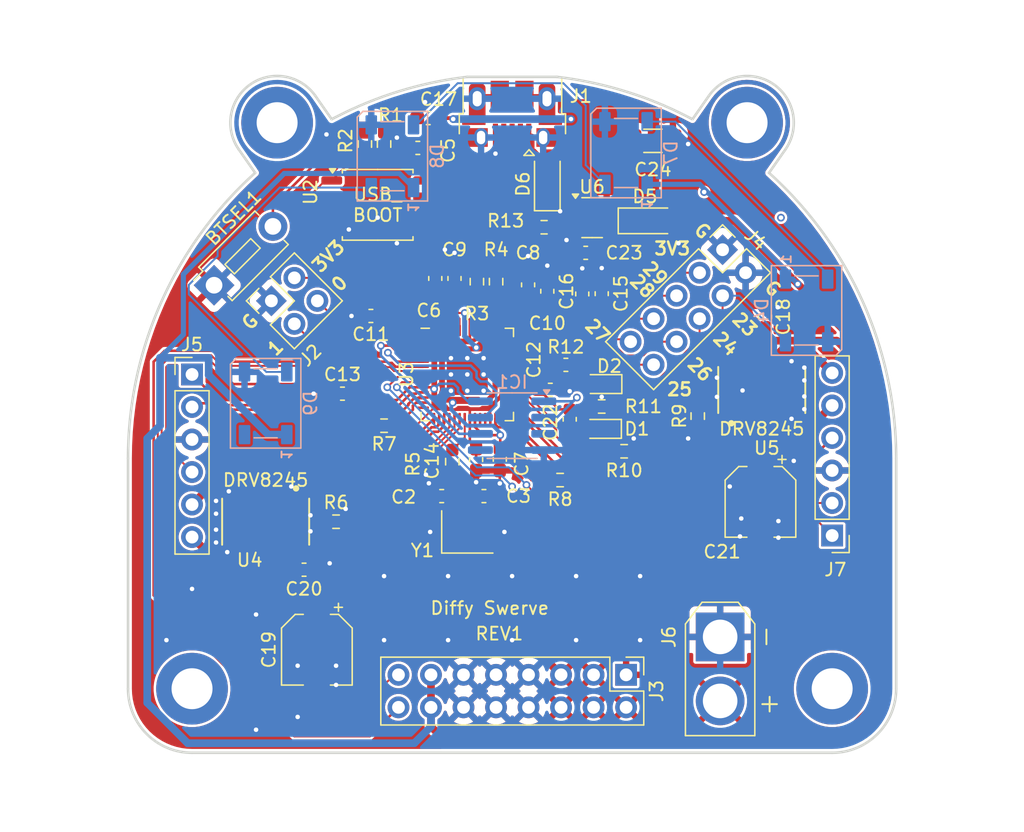
<source format=kicad_pcb>
(kicad_pcb (version 20241229) (generator "pcbnew") (generator_version "9.0")
  (title_block (title "RP2040 Swerve Module Board") (date "2025-04-24") (rev "REV1") (company "Very Professional Engineers") (comment 1 "Trust us") (comment 2 "no really") (comment 3 "don't you believe in us") (comment 4 "something tells me you don't") (comment 5 "=("))
  (layers (0 "F.Cu" signal) (2 "B.Cu" signal) (13 "F.Paste" user) (15 "B.Paste" user) (5 "F.SilkS" user "F.Silkscreen") (7 "B.SilkS" user "B.Silkscreen") (1 "F.Mask" user) (3 "B.Mask" user) (25 "Edge.Cuts" user))
  (net 0 "")
  (net 1 "GND")
  (net 2 "VBUS")
  (net 3 "/XIN")
  (net 4 "/XOUT")
  (net 5 "+3V3")
  (net 6 "+1V1")
  (net 8 "/~{USB_BOOT}")
  (net 9 "/GPIO15")
  (net 10 "/GPIO14")
  (net 11 "/GPIO13")
  (net 12 "/GPIO12")
  (net 13 "/GPIO11")
  (net 14 "/GPIO10")
  (net 15 "/GPIO9")
  (net 16 "/GPIO8")
  (net 17 "/GPIO7")
  (net 18 "/GPIO6")
  (net 19 "/GPIO5")
  (net 20 "/GPIO4")
  (net 21 "/GPIO2")
  (net 22 "/GPIO1")
  (net 23 "/GPIO0")
  (net 24 "/GPIO29_ADC3")
  (net 25 "/GPIO28_ADC2")
  (net 26 "/GPIO27_ADC1")
  (net 27 "/GPIO26_ADC0")
  (net 28 "/GPIO25")
  (net 29 "/GPIO24")
  (net 30 "/GPIO23")
  (net 31 "/GPIO22")
  (net 32 "/GPIO21")
  (net 33 "/GPIO20")
  (net 34 "/GPIO19")
  (net 35 "/GPIO18")
  (net 36 "VM")
  (net 37 "/GPIO16")
  (net 38 "/SWD")
  (net 39 "/SWCLK")
  (net 40 "/QSPI_SS")
  (net 41 "Net-(U3-USB_DP)")
  (net 42 "Net-(U3-USB_DM)")
  (net 43 "/QSPI_SD3")
  (net 44 "/QSPI_SCLK")
  (net 45 "/QSPI_SD0")
  (net 46 "/QSPI_SD2")
  (net 47 "/QSPI_SD1")
  (net 48 "/USB_D+")
  (net 49 "/USB_D-")
  (net 50 "Net-(C3-Pad1)")
  (net 51 "Net-(D1-K)")
  (net 52 "Net-(D2-K)")
  (net 53 "Net-(J5-Pin_5)")
  (net 54 "Net-(J5-Pin_6)")
  (net 55 "Net-(J7-Pin_6)")
  (net 56 "Net-(J7-Pin_5)")
  (net 57 "Net-(U4-SR)")
  (net 58 "Net-(U5-SR)")
  (net 59 "/GPIO17")
  (net 60 "Net-(U6-BP)")
  (net 63 "/GPIO3")
  (net 64 "Net-(D5-K)")
  (net 65 "+5V")
  (net 66 "Net-(U6-EN)")
  (net 67 "Net-(D4-DOUT)")
  (net 68 "Net-(D7-DOUT)")
  (net 69 "Net-(D8-DOUT)")
  (net 71 "GPIO23R")
  (footprint "RP2040_minimal:USB_Micro-B_Amphenol_10103594-0001LF_Horizontal_modified" (layer "F.Cu") (at 100 71.71 180)
    (property "Reference" "J1")
    (property "Value" "USB_B_Micro")
  )
  (footprint "Capacitor_SMD:C_0603_1608Metric_Pad1.08x0.95mm_HandSolder" (layer "F.Cu") (at 102.75 86.75 90)
    (property "Reference" "C10")
    (property "Value" "1u")
  )
  (footprint "Capacitor_SMD:C_0603_1608Metric_Pad1.08x0.95mm_HandSolder" (layer "F.Cu") (at 101.25 86.25 90)
    (property "Reference" "C8")
    (property "Value" "1u")
  )
  (footprint "Capacitor_SMD:C_0603_1608Metric_Pad1.08x0.95mm_HandSolder" (layer "F.Cu") (at 86.75 94.75 180)
    (property "Reference" "C13")
    (property "Value" "100n")
  )
  (footprint "Capacitor_SMD:C_0603_1608Metric_Pad1.08x0.95mm_HandSolder" (layer "F.Cu") (at 92.635 75.555 180)
    (property "Reference" "C5")
    (property "Value" "100n")
  )
  (footprint "Resistor_SMD:R_0603_1608Metric_Pad0.98x0.95mm_HandSolder" (layer "F.Cu") (at 88.5 75.25 -90)
    (property "Reference" "R2")
    (property "Value" "DNF")
  )
  (footprint "Package_SO:SOIC-8_5.3x5.3mm_P1.27mm" (layer "F.Cu") (at 89.5 80)
    (property "Reference" "U2")
    (property "Value" "W25Q128JVS")
  )
  (footprint "Resistor_SMD:R_0603_1608Metric_Pad0.98x0.95mm_HandSolder" (layer "F.Cu") (at 90 75.25 90)
    (property "Reference" "R1")
    (property "Value" "1k")
  )
  (footprint "Capacitor_SMD:C_0603_1608Metric_Pad1.08x0.95mm_HandSolder" (layer "F.Cu") (at 95.5 85.75 90)
    (property "Reference" "C9")
    (property "Value" "100n")
  )
  (footprint "Capacitor_SMD:C_0603_1608Metric_Pad1.08x0.95mm_HandSolder" (layer "F.Cu") (at 102.985 94.45)
    (property "Reference" "C12")
    (property "Value" "100n")
  )
  (footprint "Capacitor_SMD:C_0603_1608Metric_Pad1.08x0.95mm_HandSolder" (layer "F.Cu") (at 97.19 99.9 -90)
    (property "Reference" "C14")
    (property "Value" "100n")
  )
  (footprint "Resistor_SMD:R_0603_1608Metric_Pad0.98x0.95mm_HandSolder" (layer "F.Cu") (at 97.25 86 -90)
    (property "Reference" "R3")
    (property "Value" "27")
  )
  (footprint "Capacitor_SMD:C_0603_1608Metric_Pad1.08x0.95mm_HandSolder" (layer "F.Cu") (at 99.04 99.88 -90)
    (property "Reference" "C7")
    (property "Value" "100n")
  )
  (footprint "Capacitor_SMD:C_0603_1608Metric_Pad1.08x0.95mm_HandSolder" (layer "F.Cu") (at 88.97 88.68 180)
    (property "Reference" "C11")
    (property "Value" "100n")
  )
  (footprint "Capacitor_SMD:C_0603_1608Metric_Pad1.08x0.95mm_HandSolder" (layer "F.Cu") (at 105.48 86.96 90)
    (property "Reference" "C16")
    (property "Value" "100n")
  )
  (footprint "RP2040_minimal:RP2040-QFN-56" (layer "F.Cu") (at 96.5 93.25)
    (property "Reference" "U3")
    (property "Value" "RP2040")
  )
  (footprint "MountingHole:MountingHole_3.2mm_M3_DIN965_Pad_TopBottom" (layer "F.Cu") (at 118.354398 73.582304)
    (property "Reference" "H2" (hide yes))
    (property "Value" "MountingHole")
  )
  (footprint "Resistor_SMD:R_0603_1608Metric_Pad0.98x0.95mm_HandSolder" (layer "F.Cu") (at 98.75 86 -90)
    (property "Reference" "R4")
    (property "Value" "27")
  )
  (footprint "MountingHole:MountingHole_3.2mm_M3_DIN965_Pad_TopBottom" (layer "F.Cu") (at 124.999988 117.795134)
    (property "Reference" "H3" (hide yes))
    (property "Value" "MountingHole")
  )
  (footprint "Capacitor_SMD:C_0603_1608Metric_Pad1.08x0.95mm_HandSolder" (layer "F.Cu") (at 94 85.75 90)
    (property "Reference" "C6")
    (property "Value" "100n")
  )
  (footprint "Capacitor_SMD:C_0603_1608Metric_Pad1.08x0.95mm_HandSolder" (layer "F.Cu") (at 107 86.94 90)
    (property "Reference" "C15")
    (property "Value" "100n")
  )
  (footprint "MountingHole:MountingHole_3.2mm_M3_DIN965_Pad_TopBottom" (layer "F.Cu") (at 74.999988 117.795134)
    (property "Reference" "H1" (hide yes))
    (property "Value" "MountingHole")
  )
  (footprint "MountingHole:MountingHole_3.2mm_M3_DIN965_Pad_TopBottom" (layer "F.Cu") (at 81.645618 73.582274)
    (property "Reference" "H4" (hide yes))
    (property "Value" "MountingHole")
  )
  (footprint "Capacitor_SMD:C_0603_1608Metric_Pad1.08x0.95mm_HandSolder" (layer "F.Cu") (at 93.45 73.225 180)
    (property "Reference" "C17")
    (property "Value" "10u")
  )
  (footprint "Capacitor_SMD:C_0603_1608Metric_Pad1.08x0.95mm_HandSolder" (layer "F.Cu") (at 119.75 88.75 -90)
    (property "Reference" "C18")
    (property "Value" "0.1u")
  )
  (footprint "Capacitor_SMD:C_0603_1608Metric_Pad1.08x0.95mm_HandSolder" (layer "F.Cu") (at 104.2 92.5)
    (property "Reference" "R12")
    (property "Value" "470")
  )
  (footprint "Capacitor_SMD:C_0603_1608Metric" (layer "F.Cu") (at 105.75 83.75 180)
    (property "Reference" "C23")
    (property "Value" "470 pF")
  )
  (footprint "Connector_PinHeader_2.54mm:PinHeader_1x06_P2.54mm_Vertical" (layer "F.Cu") (at 75 93.25)
    (property "Reference" "J5")
    (property "Value" "Conn_01x06_Pin")
  )
  (footprint "Button_Switch_THT:SW_PUSH_1P1T_6x3.5mm_H5.0_APEM_MJTP1250" (layer "F.Cu") (at 76.720604 86.279397 45)
    (property "Reference" "BTSEL1")
    (property "Value" "SW_Push")
  )
  (footprint "Capacitor_SMD:C_0603_1608Metric_Pad1.08x0.95mm_HandSolder" (layer "F.Cu") (at 94.5 102.75 180)
    (property "Reference" "C2")
    (property "Value" "15p")
  )
  (footprint "Capacitor_SMD:C_1206_3216Metric_Pad1.33x1.80mm_HandSolder" (layer "F.Cu") (at 111 75)
    (property "Reference" "C24")
    (property "Value" "22 uF")
  )
  (footprint "LED_SMD:LED_0603_1608Metric_Pad1.05x0.95mm_HandSolder" (layer "F.Cu") (at 106.875 97.5 180)
    (property "Reference" "D1")
    (property "Value" "LED")
  )
  (footprint "Capacitor_SMD:CP_Elec_5x5.4" (layer "F.Cu") (at 84.75 114.75 -90)
    (property "Reference" "C19")
    (property "Value" "10u")
  )
  (footprint "Resistor_SMD:R_0603_1608Metric_Pad0.98x0.95mm_HandSolder" (layer "F.Cu") (at 90 97.25 180)
    (property "Reference" "R7")
    (property "Value" "2k")
  )
  (footprint "Diode_SMD:D_SOD-123F" (layer "F.Cu") (at 110.5 81.25)
    (property "Reference" "D5")
    (property "Value" "PMEG3020EXEX")
  )
  (footprint "Capacitor_SMD:C_0603_1608Metric_Pad1.08x0.95mm_HandSolder" (layer "F.Cu") (at 97.8 102.75)
    (property "Reference" "C3")
    (property "Value" "15p")
  )
  (footprint "Connector_PinHeader_2.54mm:PinHeader_2x02_P2.54mm_Vertical" (layer "F.Cu") (at 81.196878 87.5 45)
    (property "Reference" "J2")
    (property "Value" "Conn_02x02_Counter_Clockwise")
  )
  (footprint "Resistor_SMD:R_0603_1608Metric_Pad0.98x0.95mm_HandSolder" (layer "F.Cu") (at 114.5 96.5 90)
    (property "Reference" "R9")
    (property "Value" "R")
  )
  (footprint "Crystal:Crystal_SMD_3225-4Pin_3.2x2.5mm" (layer "F.Cu") (at 96.5 105.55)
    (property "Reference" "Y1")
    (property "Value" "ABM8-272-T3")
  )
  (footprint "Capacitor_SMD:CP_Elec_5x5.4" (layer "F.Cu") (at 119.4 103.2 -90)
    (property "Reference" "C21")
    (property "Value" "10u")
  )
  (footprint "Diode_SMD:D_SOD-123F" (layer "F.Cu") (at 102.75 78.25 90)
    (property "Reference" "D6")
    (property "Value" "PMEG3020EXEX")
  )
  (footprint "Connector_PinHeader_2.54mm:PinHeader_2x08_P2.54mm_Vertical" (layer "F.Cu") (at 108.905 116.71 -90)
    (property "Reference" "J3")
    (property "Value" "Conn_02x08_Odd_Even_MountingPin")
  )
  (footprint "Resistor_SMD:R_0603_1608Metric_Pad0.98x0.95mm_HandSolder" (layer "F.Cu") (at 108.75 99.25 180)
    (property "Reference" "R10")
    (property "Value" "430")
  )
  (footprint "Resistor_SMD:R_0603_1608Metric" (layer "F.Cu") (at 102.5 81.75)
    (property "Reference" "R13")
    (property "Value" "10k")
  )
  (footprint "Capacitor_SMD:C_0603_1608Metric_Pad1.08x0.95mm_HandSolder" (layer "F.Cu") (at 83.75 108.5 180)
    (property "Reference" "C20")
    (property "Value" "0.1u")
  )
  (footprint "Resistor_SMD:R_0603_1608Metric_Pad0.98x0.95mm_HandSolder" (layer "F.Cu") (at 86.25 104.75 180)
    (property "Reference" "R6")
    (property "Value" "R")
  )
  (footprint "Package_TO_SOT_SMD:SOT-23-5" (layer "F.Cu") (at 106.25 81)
    (property "Reference" "U6")
    (property "Value" "MIC5219-3.3YM5")
  )
  (footprint "Resistor_SMD:R_0603_1608Metric_Pad0.98x0.95mm_HandSolder" (layer "F.Cu") (at 107 95.75)
    (property "Reference" "R11")
    (property "Value" "430")
  )
  (footprint "Connector_PinHeader_2.54mm:PinHeader_1x06_P2.54mm_Vertical" (layer "F.Cu") (at 125 105.83 180)
    (property "Reference" "J7")
    (property "Value" "Conn_01x06_Pin")
  )
  (footprint "Connector_AMASS:AMASS_XT30U-M_1x02_P5.0mm_Vertical" (layer "F.Cu") (at 116.25 113.75 -90)
    (property "Reference" "J6")
    (property "Value" "Conn_01x02")
  )
  (footprint "Connector_PinHeader_2.54mm:PinHeader_2x05_P2.54mm_Vertical" (layer "F.Cu") (at 116.440542 83.506337 -45)
    (property "Reference" "J4")
    (property "Value" "Conn_01x07")
  )
  (footprint "Capacitor_SMD:C_0603_1608Metric" (layer "F.Cu") (at 104.5 96.75 -90)
    (property "Reference" "C22")
    (property "Value" "100n")
  )
  (footprint "Resistor_SMD:R_0603_1608Metric_Pad0.98x0.95mm_HandSolder" (layer "F.Cu") (at 95.33 100.06 -90)
    (property "Reference" "R5")
    (property "Value" "1k")
  )
  (footprint "footprints:RXZ0016A-MFG" (layer "F.Cu") (at 119.499999 94.462499 90)
    (property "Reference" "U5")
    (property "Value" "DRV8245HQRXZRQ1" (hide yes))
  )
  (footprint "Resistor_SMD:R_0603_1608Metric_Pad0.98x0.95mm_HandSolder" (layer "F.Cu") (at 103.75 101.5)
    (property "Reference" "R8")
    (property "Value" "2k")
  )
  (footprint "LED_SMD:LED_0603_1608Metric_Pad1.05x0.95mm_HandSolder" (layer "F.Cu") (at 106.9125 94 180)
    (property "Reference" "D2")
    (property "Value" "LED")
  )
  (footprint "footprints:RXZ0016A-MFG" (layer "F.Cu") (at 80.75 104.75 -90)
    (property "Reference" "U4")
    (property "Value" "DRV8245HQRXZRQ1" (hide yes))
  )
  (footprint "LED_SMD:LED_WS2812B_PLCC4_5.0x5.0mm_P3.2mm" (layer "B.Cu") (at 90.65 76.2 90)
    (property "Reference" "D8")
    (property "Value" "WS2812B")
  )
  (footprint "LED_SMD:LED_WS2812B_PLCC4_5.0x5.0mm_P3.2mm" (layer "B.Cu") (at 123 88.25 -90)
    (property "Reference" "D4")
    (property "Value" "WS2812B")
  )
  (footprint "Package_SO:SOIC-8_3.9x4.9mm_P1.27mm" (layer "B.Cu") (at 100 97.25 180)
    (property "Reference" "IC1")
    (property "Value" "AS5600-ASOT")
  )
  (footprint "LED_SMD:LED_WS2812B_PLCC4_5.0x5.0mm_P3.2mm" (layer "B.Cu") (at 108.9 75.95 90)
    (property "Reference" "D7")
    (property "Value" "WS2812B")
  )
  (footprint "LED_SMD:LED_WS2812B_PLCC4_5.0x5.0mm_P3.2mm" (layer "B.Cu") (at 80.75 95.5 90)
    (property "Reference" "D9")
    (property "Value" "WS2812B")
  )
  (gr_arc (start 103.500018 70.004867) (mid 108.949111 71.165869) (end 114.089553 73.314449) (stroke (width 0.2)) (layer "Edge.Cuts"))
  (gr_arc (start 85.910445 73.314452) (mid 91.050897 71.165868) (end 96.500036 70.004867) (stroke (width 0.2)) (layer "Edge.Cuts"))
  (gr_arc (start 70 99.8) (mid 72.594887 87.595093) (end 79.930634 77.501558) (stroke (width 0.2)) (layer "Edge.Cuts"))
  (gr_line (start 120.069363 77.50156) (end 121.34432 75.68074) (stroke (width 0.2)) (layer "Edge.Cuts"))
  (gr_line (start 115.364509 71.493628) (end 114.089554 73.314451) (stroke (width 0.2)) (layer "Edge.Cuts"))
  (gr_line (start 78.655648 75.680689) (end 79.930634 77.501558) (stroke (width 0.2)) (layer "Edge.Cuts"))
  (gr_line (start 130 117.8) (end 130 99.8) (stroke (width 0.2)) (layer "Edge.Cuts"))
  (gr_line (start 70 99.8) (end 70 117.8) (stroke (width 0.2)) (layer "Edge.Cuts"))
  (gr_arc (start 75 122.8) (mid 71.464466 121.335534) (end 70 117.8) (stroke (width 0.2)) (layer "Edge.Cuts"))
  (gr_arc (start 115.364509 71.493628) (mid 120.447972 70.597309) (end 121.344291 75.680772) (stroke (width 0.2)) (layer "Edge.Cuts"))
  (gr_arc (start 78.655648 75.680689) (mid 79.551996 70.597226) (end 84.618766 71.469742) (stroke (width 0.2)) (layer "Edge.Cuts"))
  (gr_line (start 85.910445 73.314452) (end 84.618766 71.469742) (stroke (width 0.2)) (layer "Edge.Cuts"))
  (gr_arc (start 130 117.8) (mid 128.535534 121.335534) (end 125 122.8) (stroke (width 0.2)) (layer "Edge.Cuts"))
  (gr_line (start 75 122.8) (end 125 122.8) (stroke (width 0.2)) (layer "Edge.Cuts"))
  (gr_line (start 103.500025 70.004868) (end 96.500036 70.004867) (stroke (width 0.2)) (layer "Edge.Cuts"))
  (gr_arc (start 120.069363 77.50156) (mid 127.405113 87.595093) (end 130 99.8) (stroke (width 0.2)) (layer "Edge.Cuts"))
  (gr_text "Diffy Swerve" (at 98.25 111.5 0) (layer "F.SilkS") (effects (font (size 1 1))))
  (gr_text "1" (at 81.5 92 45) (layer "F.SilkS") (effects (font (size 1 1) (thickness 0.2) (bold yes)) (justify left bottom)))
  (gr_text "3V3" (at 85 85.5 45) (layer "F.SilkS") (effects (font (size 1 1) (thickness 0.2) (bold yes)) (justify left bottom)))
  (gr_text "REV1" (at 99 113.5 0) (layer "F.SilkS") (effects (font (size 1 1))))
  (gr_text "G\n" (at 114 82 315) (layer "F.SilkS") (effects (font (size 1 1) (thickness 0.2) (bold yes)) (justify left bottom)))
  (gr_text "0" (at 86.5 87 45) (layer "F.SilkS") (effects (font (size 1 1) (thickness 0.2) (bold yes)) (justify left bottom)))
  (gr_text "29" (at 110 85 315) (layer "F.SilkS") (effects (font (size 1 1) (thickness 0.2) (bold yes)) (justify left bottom)))
  (gr_text "25" (at 112 95 0) (layer "F.SilkS") (effects (font (size 1 1) (thickness 0.2) (bold yes)) (justify left bottom)))
  (gr_text "24" (at 115.5 90.5 315) (layer "F.SilkS") (effects (font (size 1 1) (thickness 0.2) (bold yes)) (justify left bottom)))
  (gr_text "G\n" (at 79.5 90 45) (layer "F.SilkS") (effects (font (size 1 1) (thickness 0.2) (bold yes)) (justify left bottom)))
  (gr_text "G\n" (at 119.5 86.5 315) (layer "F.SilkS") (effects (font (size 1 1) (thickness 0.2) (bold yes)) (justify left bottom)))
  (gr_text "USB_\nBOOT" (at 89.5 80 0) (layer "F.SilkS") (effects (font (size 1 1))))
  (gr_text "28" (at 109 86 315) (layer "F.SilkS") (effects (font (size 1 1) (thickness 0.2) (bold yes)) (justify left bottom)))
  (gr_text "27" (at 105.5 89.5 315) (layer "F.SilkS") (effects (font (size 1 1) (thickness 0.2) (bold yes)) (justify left bottom)))
  (gr_text "3V3" (at 111 84 0) (layer "F.SilkS") (effects (font (size 1 1) (thickness 0.2) (bold yes)) (justify left bottom)))
  (gr_text "26" (at 113.5 92.5 315) (layer "F.SilkS") (effects (font (size 1 1) (thickness 0.2) (bold yes)) (justify left bottom)))
  (gr_text "23" (at 117 89 315) (layer "F.SilkS") (effects (font (size 1 1) (thickness 0.2) (bold yes)) (justify left bottom)))
  (via (at 121 81) (size 0.6) (drill 0.35) (layers "F.Cu" "B.Cu") (net 0))
  (segment (start 121.824998 94.462499) (end 121.824998 94.962499) (width 0.8) (layer "F.Cu") (net 1))
  (segment (start 99.04 102.3725) (end 98.6625 102.75) (width 0.2) (layer "F.Cu") (net 1))
  (segment (start 93.6 105.55) (end 94.45 104.7) (width 0.15) (layer "F.Cu") (net 1))
  (segment (start 121.824998 94.462499) (end 121.824998 92.212499) (width 0.8) (layer "F.Cu") (net 1))
  (segment (start 78.425001 104.675003) (end 76.874999 103.125001) (width 0.6) (layer "F.Cu") (net 1))
  (segment (start 83.375001 105.500001) (end 84.25 105.5) (width 0.2) (layer "F.Cu") (net 1))
  (segment (start 122.324998 94.462499) (end 122.824998 94.962499) (width 0.8) (layer "F.Cu") (net 1))
  (segment (start 78.425001 104.75) (end 77.5 104.75) (width 0.6) (layer "F.Cu") (net 1))
  (segment (start 103.47 94.45) (end 103.575 94.555) (width 0.2) (layer "F.Cu") (net 1))
  (segment (start 119.4 105.4) (end 120.1 105.4) (width 0.6) (layer "F.Cu") (net 1))
  (segment (start 109.6625 99.25) (end 109.6625 98.4125) (width 0.2) (layer "F.Cu") (net 1))
  (segment (start 93.27 99.73) (end 93.689 99.311) (width 0.15) (layer "F.Cu") (net 1))
  (segment (start 98.7 74.6) (end 98.7 76) (width 0.2) (layer "F.Cu") (net 1))
  (segment (start 104.5 97.3375) (end 106.0875 95.75) (width 0.2) (layer "F.Cu") (net 1))
  (segment (start 93.27 101.07489) (end 93.27 99.73) (width 0.15) (layer "F.Cu") (net 1))
  (segment (start 103.575 94.555) (end 104.5 94.555) (width 0.2) (layer "F.Cu") (net 1))
  (segment (start 102.46 71.45) (end 102.73 71.72) (width 0.2) (layer "F.Cu") (net 1))
  (segment (start 104.975 83.75) (end 104.975 83.475) (width 0.2) (layer "F.Cu") (net 1))
  (segment (start 114.4125 97.4125) (end 114.5 97.4125) (width 0.2) (layer "F.Cu") (net 1))
  (segment (start 121.824998 94.962499) (end 122.824998 95.962499) (width 0.8) (layer "F.Cu") (net 1))
  (segment (start 82.625 102.125) (end 82.75 102) (width 0.2) (layer "F.Cu") (net 1))
  (segment (start 84.2 116.95) (end 83.25 116) (width 0.6) (layer "F.Cu") (net 1))
  (segment (start 96.880994 101.5) (end 96.881 101.499994) (width 0.2) (layer "F.Cu") (net 1))
  (segment (start 102.75 84.75) (end 102.75 85.8875) (width 0.15) (layer "F.Cu") (net 1))
  (segment (start 118.3 105.4) (end 117.8 105.9) (width 0.6) (layer "F.Cu") (net 1))
  (segment (start 82.625 103.124999) (end 82.625 102.125) (width 0.2) (layer "F.Cu") (net 1))
  (segment (start 104.25 81) (end 103.75 80.5) (width 0.2) (layer "F.Cu") (net 1))
  (segment (start 84.6125 108.5) (end 85.25 108.5) (width 0.2) (layer "F.Cu") (net 1))
  (segment (start 85.8875 94.75) (end 84.5 94.75) (width 0.15) (layer "F.Cu") (net 1))
  (segment (start 116.874998 95.2125) (end 116.2125 95.2125) (width 0.2) (layer "F.Cu") (net 1))
  (segment (start 105.1125 81) (end 104.25 81) (width 0.2) (layer "F.Cu") (net 1))
  (segment (start 116.212498 93.712498) (end 116 93.5) (width 0.2) (layer "F.Cu") (net 1))
  (segment (start 78.425001 104.75) (end 78.425001 106.574999) (width 0.6) (layer "F.Cu") (net 1))
  (segment (start 116.287501 94.712499) (end 116 95) (width 0.2) (layer "F.Cu") (net 1))
  (segment (start 94 84.8875) (end 95.5 84.8875) (width 0.15) (layer "F.Cu") (net 1))
  (segment (start 97.54 71.45) (end 97.27 71.72) (width 0.2) (layer "F.Cu") (net 1))
  (segment (start 78.425001 102.925003) (end 77.874999 102.375001) (width 0.6) (layer "F.Cu") (net 1))
  (segment (start 87.1625 103.9125) (end 87 103.75) (width 0.2) (layer "F.Cu") (net 1))
  (segment (start 78.425001 104.75) (end 78.425001 102.925003) (width 0.6) (layer "F.Cu") (net 1))
  (segment (start 85.9 81.905) (end 87.23 81.905) (width 0.2) (layer "F.Cu") (net 1))
  (segment (start 121.824998 94.462499) (end 122.324998 94.462499) (width 0.8) (layer "F.Cu") (net 1))
  (segment (start 95.5 97.40022) (end 95.5 96.6875) (width 0.15) (layer "F.Cu") (net 1))
  (segment (start 84.75 116.95) (end 85.3 116.95) (width 0.6) (layer "F.Cu") (net 1))
  (segment (start 119.4 105.4) (end 118.3 105.4) (width 0.6) (layer "F.Cu") (net 1))
  (segment (start 117.624999 94.875001) (end 118 94.5) (width 0.2) (layer "F.Cu") (net 1))
  (segment (start 109.6625 98.4125) (end 109.5 98.25) (width 0.2) (layer "F.Cu") (net 1))
  (segment (start 99.04 100.48) (end 99.04 101.76) (width 0.2) (layer "F.Cu") (net 1))
  (segment (start 122.074998 94.462499) (end 122.824998 93.712499) (width 0.8) (layer "F.Cu") (net 1))
  (segment (start 120.2 105.4) (end 120.8 106) (width 0.6) (layer "F.Cu") (net 1))
  (segment (start 121.824998 94.462499) (end 122.074998 94.462499) (width 0.8) (layer "F.Cu") (net 1))
  (segment (start 104.5 97.525) (end 104.5 97.3375) (width 0.2) (layer "F.Cu") (net 1))
  (segment (start 99.04 71.45) (end 97.54 71.45) (width 0.2) (layer "F.Cu") (net 1))
  (segment (start 121.824998 94.462499) (end 121.824998 96.712499) (width 0.8) (layer "F.Cu") (net 1))
  (segment (start 78.425001 104.75) (end 77.499998 104.75) (width 0.6) (layer "F.Cu") (net 1))
  (segment (start 120.6375 87.8875) (end 120.75 88) (width 0.6) (layer "F.Cu") (net 1))
  (segment (start 78.425001 104.75) (end 78.425001 104.824999) (width 0.6) (layer "F.Cu") (net 1))
  (segment (start 119.4 105.4) (end 118.8 105.4) (width 0.6) (layer "F.Cu") (net 1))
  (segment (start 101.25 85.3875) (end 101.25 84) (width 0.15) (layer "F.Cu") (net 1))
  (segment (start 92.5875 73.225) (end 92.5875 72.5875) (width 0.3) (layer "F.Cu") (net 1))
  (segment (start 77.5 104.75) (end 76.874999 105.375001) (width 0.6) (layer "F.Cu") (net 1))
  (segment (start 99.04 101.76) (end 99.04 102.3725) (width 0.2) (layer "F.Cu") (net 1))
  (segment (start 116.874998 93.712498) (end 116.212498 93.712498) (width 0.2) (layer "F.Cu") (net 1))
  (segment (start 113.5 75) (end 113.75 75.25) (width 0.15) (layer "F.Cu") (net 1))
  (segment (start 97.19 101.664994) (end 97.19 100.385) (width 0.2) (layer "F.Cu") (net 1))
  (segment (start 77.499998 104.75) (end 76.874999 104.125001) (width 0.6) (layer "F.Cu") (net 1))
  (segment (start 94.45 104.7) (end 95.4 104.7) (width 0.15) (layer "F.Cu") (net 1))
  (segment (start 94.50022 98.404102) (end 94.50022 98.4) (width 0.15) (layer "F.Cu") (net 1))
  (segment (start 83.375001 104.5) (end 84 104.5) (width 0.2) (layer "F.Cu") (net 1))
  (segment (start 118.8 105.4) (end 117.9 104.5) (width 0.6) (layer "F.Cu") (net 1))
  (segment (start 121.824998 94.462499) (end 121.824998 93.712499) (width 0.8) (layer "F.Cu") (net 1))
  (segment (start 83.375001 103.999999) (end 83.999999 103.999999) (width 0.2) (layer "F.Cu") (net 1))
  (segment (start 84.75 116.95) (end 85.7 116.95) (width 0.6) (layer "F.Cu") (net 1))
  (segment (start 106.25 95.75) (end 107 95) (width 0.2) (layer "F.Cu") (net 1))
  (segment (start 78.425001 104.75) (end 78.425001 104.675003) (width 0.6) (layer "F.Cu") (net 1))
  (segment (start 87.1625 104.75) (end 87.1625 103.9125) (width 0.2) (layer "F.Cu") (net 1))
  (segment (start 113.75 98.075) (end 114.4125 97.4125) (width 0.2) (layer "F.Cu") (net 1))
  (segment (start 105.48 86.0975) (end 105.48 84.96) (width 0.15) (layer "F.Cu") (net 1))
  (segment (start 85.3 116.95) (end 86.25 116) (width 0.6) (layer "F.Cu") (net 1))
  (segment (start 85.7 116.95) (end 86.25 117.5) (width 0.6) (layer "F.Cu") (net 1))
  (segment (start 113.75 98.25) (end 113.75 98.075) (width 0.2) (layer "F.Cu") (net 1))
  (segment (start 117.624999 96.0875) (end 117.624999 94.875001) (width 0.2) (layer "F.Cu") (net 1))
  (segment (start 78.425001 104.824999) (end 76.874999 106.375001) (width 0.6) (layer "F.Cu") (net 1))
  (segment (start 77.874999 107.125001) (end 77.873999 107.126001) (width 0.2) (layer "F.Cu") (net 1))
  (segment (start 112.5625 75) (end 113.5 75) (width 0.15) (layer "F.Cu") (net 1))
  (segment (start 116.2125 95.2125) (end 116 95) (width 0.2) (layer "F.Cu") (net 1))
  (segment (start 78.425001 106.574999) (end 77.874999 107.125001) (width 0.6) (layer "F.Cu") (net 1))
  (segment (start 84 104.5) (end 84.25 104.25) (width 0.2) (layer "F.Cu") (net 1))
  (segment (start 84.75 116.95) (end 84.2 116.95) (width 0.6) (layer "F.Cu") (net 1))
  (segment (start 87.23 81.905) (end 87.25 81.925) (width 0.2) (layer "F.Cu") (net 1))
  (segment (start 84.3 116.95) (end 83.25 118) (width 0.6) (layer "F.Cu") (net 1))
  (segment (start 84.75 116.95) (end 84.3 116.95) (width 0.6) (layer "F.Cu") (net 1))
  (segment (start 119.75 87.8875) (end 120.6375 87.8875) (width 0.6) (layer "F.Cu") (net 1))
  (segment (start 104.975 83.475) (end 104.25 82.75) (width 0.2) (layer "F.Cu") (net 1))
  (segment (start 91.5 75.2825) (end 91.7725 75.555) (width 0.3) (layer "F.Cu") (net 1))
  (segment (start 121.824998 93.712499) (end 122.824998 92.712499) (width 0.8) (layer "F.Cu") (net 1))
  (segment (start 95.5 84.8875) (end 95.5 83.75) (width 0.15) (layer "F.Cu") (net 1))
  (segment (start 94 84.8875) (end 94 84.25) (width 0.15) (layer "F.Cu") (net 1))
  (segment (start 100.96 71.45) (end 102.46 71.45) (width 0.2) (layer "F.Cu") (net 1))
  (segment (start 120.1 105.4) (end 120.8 104.7) (width 0.6) (layer "F.Cu") (net 1))
  (segment (start 116.874998 94.712499) (end 116.287501 94.712499) (width 0.2) (layer "F.Cu") (net 1))
  (segment (start 93.689 99.215322) (end 94.50022 98.404102) (width 0.15) (layer "F.Cu") (net 1))
  (segment (start 83.999999 103.999999) (end 84.25 104.25) (width 0.2) (layer "F.Cu") (net 1))
  (segment (start 107 86.0775) (end 107 84.94) (width 0.15) (layer "F.Cu") (net 1))
  (segment (start 94 84.25) (end 94.75 83.5) (width 0.15) (layer "F.Cu") (net 1))
  (segment (start 94.50022 98.4) (end 95.5 97.40022) (width 0.15) (layer "F.Cu") (net 1))
  (segment (start 77.873999 107.126001) (end 77.75 107.126001) (width 0.2) (layer "F.Cu") (net 1))
  (segment (start 119.4 105.4) (end 120.2 105.4) (width 0.6) (layer "F.Cu") (net 1))
  (segment (start 92.5875 72.5875) (end 93.2 71.975) (width 0.3) (layer "F.Cu") (net 1))
  (segment (start 91.5 75.25) (end 91.5 75.2825) (width 0.3) (layer "F.Cu") (net 1))
  (segment (start 91 74.75) (end 91.5 75.25) (width 0.3) (layer "F.Cu") (net 1))
  (segment (start 106.0875 95.75) (end 106.25 95.75) (width 0.2) (layer "F.Cu") (net 1))
  (segment (start 93.689 99.311) (end 93.689 99.215322) (width 0.15) (layer "F.Cu") (net 1))
  (segment (start 85.25 108.5) (end 85.75 108) (width 0.2) (layer "F.Cu") (net 1))
  (via (at 93.6 105.55) (size 0.6) (drill 0.35) (layers "F.Cu" "B.Cu") (net 1))
  (via (at 93.5 101.75) (size 0.6) (drill 0.35) (layers "F.Cu" "B.Cu") (net 1))
  (via (at 113.75 75.25) (size 0.6) (drill 0.35) (layers "F.Cu" "B.Cu") (net 1))
  (via (at 100 114) (size 0.6) (drill 0.35) (layers "F.Cu" "B.Cu") (net 1))
  (via (at 90 109) (size 0.6) (drill 0.35) (layers "F.Cu" "B.Cu") (net 1))
  (via (at 95 109) (size 0.6) (drill 0.35) (layers "F.Cu" "B.Cu") (net 1))
  (via (at 76.874999 105.375001) (size 0.6) (drill 0.35) (layers "F.Cu" "B.Cu") (net 1))
  (via (at 101.25 84) (size 0.6) (drill 0.35) (layers "F.Cu" "B.Cu") (net 1))
  (via (at 120.75 88) (size 0.6) (drill 0.35) (layers "F.Cu" "B.Cu") (net 1))
  (via (at 75 110) (size 0.6) (drill 0.35) (layers "F.Cu" "B.Cu") (net 1))
  (via (at 82.75 102) (size 0.6) (drill 0.35) (layers "F.Cu" "B.Cu") (net 1))
  (via (at 90 114) (size 0.6) (drill 0.35) (layers "F.Cu" "B.Cu") (net 1))
  (via (at 104.25 82.75) (size 0.6) (drill 0.35) (layers "F.Cu" "B.Cu") (net 1))
  (via (at 91 74.75) (size 0.6) (drill 0.35) (layers "F.Cu" "B.Cu") (net 1))
  (via (at 93.2 71.975) (size 0.6) (drill 0.35) (layers "F.Cu" "B.Cu") (net 1))
  (via (at 93.27 101.07489) (size 0.6) (drill 0.35) (layers "F.Cu" "B.Cu") (net 1))
  (via (at 118 94.5) (size 0.6) (drill 0.35) (layers "F.Cu" "B.Cu") (net 1))
  (via (at 76.874999 103.125001) (size 0.6) (drill 0.35) (layers "F.Cu" "B.Cu") (net 1))
  (via (at 107 84.94) (size 0.6) (drill 0.35) (layers "F.Cu" "B.Cu") (net 1))
  (via (at 77.75 107.126001) (size 0.6) (drill 0.35) (layers "F.Cu" "B.Cu") (net 1))
  (via (at 87.455 88.68) (size 0.6) (drill 0.35) (layers "F.Cu" "B.Cu") (net 1))
  (via (at 100 109) (size 0.6) (drill 0.35) (layers "F.Cu" "B.Cu") (net 1))
  (via (at 117.9 104.5) (size 0.6) (drill 0.35) (layers "F.Cu" "B.Cu") (net 1))
  (via (at 83.25 120) (size 0.6) (drill 0.35) (layers "F.Cu" "B.Cu") (net 1))
  (via (at 98.7 76) (size 0.6) (drill 0.35) (layers "F.Cu" "B.Cu") (net 1))
  (via (at 105 109) (size 0.6) (drill 0.35) (layers "F.Cu" "B.Cu") (net 1))
  (via (at 104.5 94.555) (size 0.6) (drill 0.35) (layers "F.Cu" "B.Cu") (net 1))
  (via (at 122.824998 93.712499) (size 0.6) (drill 0.35) (layers "F.Cu" "B.Cu") (net 1))
  (via (at 99.04 101.76) (size 0.6) (drill 0.35) (layers "F.Cu" "B.Cu") (net 1))
  (via (at 99.4 105.55) (size 0.6) (drill 0.35) (layers "F.Cu" "B.Cu") (net 1))
  (via (at 84.25 105.5) (size 0.6) (drill 0.35) (layers "F.Cu" "B.Cu") (net 1))
  (via (at 85.5 74.5) (size 0.6) (drill 0.35) (layers "F.Cu" "B.Cu") (net 1))
  (via (at 110 109) (size 0.6) (drill 0.35) (layers "F.Cu" "B.Cu") (net 1))
  (via (at 121.824998 96.712499) (size 0.6) (drill 0.35) (layers "F.Cu" "B.Cu") (net 1))
  (via (at 95.5 83.75) (size 0.6) (drill 0.35) (layers "F.Cu" "B.Cu") (net 1))
  (via (at 76.874999 104.125001) (size 0.6) (drill 0.35) (layers "F.Cu" "B.Cu") (net 1))
  (via (at 84.5 94.75) (size 0.6) (drill 0.35) (layers "F.Cu" "B.Cu") (net 1))
  (via (at 73 114) (size 0.6) (drill 0.35) (layers "F.Cu" "B.Cu") (net 1))
  (via (at 120.8 104.7) (size 0.6) (drill 0.35) (layers "F.Cu" "B.Cu") (net 1))
  (via (at 117 102) (size 0.6) (drill 0.35) (layers "F.Cu" "B.Cu") (net 1))
  (via (at 76.874999 106.375001) (size 0.6) (drill 0.35) (layers "F.Cu" "B.Cu") (net 1))
  (via (at 83.25 116) (size 0.6) (drill 0.35) (layers "F.Cu" "B.Cu") (net 1))
  (via (at 94.75 83.5) (size 0.6) (drill 0.35) (layers "F.Cu" "B.Cu") (net 1))
  (via (at 121.824998 92.212499) (size 0.6) (drill 0.35) (layers "F.Cu" "B.Cu") (net 1))
  (via (at 89.5 81) (size 0.6) (drill 0.35) (layers "F.Cu" "B.Cu") (net 1))
  (via (at 85.75 108) (size 0.6) (drill 0.35) (layers "F.Cu" "B.Cu") (net 1))
  (via (at 122.824998 95.962499) (size 0.6) (drill 0.35) (layers "F.Cu" "B.Cu") (net 1))
  (via (at 116 93.5) (size 0.6) (drill 0.35) (layers "F.Cu" "B.Cu") (net 1))
  (via (at 113.75 98.25) (size 0.6) (drill 0.35) (layers "F.Cu" "B.Cu") (net 1))
  (via (at 122 100) (size 0.6) (drill 0.35) (layers "F.Cu" "B.Cu") (net 1))
  (via (at 97.189994 101.665) (size 0.6) (drill 0.35) (layers "F.Cu" "B.Cu") (net 1))
  (via (at 110 114) (size 0.6) (drill 0.35) (layers "F.Cu" "B.Cu") (net 1))
  (via (at 77.874999 102.375001) (size 0.6) (drill 0.35) (layers "F.Cu" "B.Cu") (net 1))
  (via (at 95 114) (size 0.6) (drill 0.35) (layers "F.Cu" "B.Cu") (net 1))
  (via (at 87 103.75) (size 0.6) (drill 0.35) (layers "F.Cu" "B.Cu") (net 1))
  (via (at 107 95) (size 0.6) (drill 0.35) (layers "F.Cu" "B.Cu") (net 1))
  (via (at 84.25 104.25) (size 0.6) (drill 0.35) (layers "F.Cu" "B.Cu") (net 1))
  (via (at 122.824998 92.712499) (size 0.6) (drill 0.35) (layers "F.Cu" "B.Cu") (net 1))
  (via (at 105 114) (size 0.6) (drill 0.35) (layers "F.Cu" "B.Cu") (net 1))
  (via (at 102.75 84.75) (size 0.6) (drill 0.35) (layers "F.Cu" "B.Cu") (net 1))
  (via (at 86.25 117.5) (size 0.6) (drill 0.35) (layers "F.Cu" "B.Cu") (net 1))
  (via (at 80 121) (size 0.6) (drill 0.35) (layers "F.Cu" "B.Cu") (net 1))
  (via (at 116 95) (size 0.6) (drill 0.35) (layers "F.Cu" "B.Cu") (net 1))
  (via (at 113 83) (size 0.6) (drill 0.35) (layers "F.Cu" "B.Cu") (net 1))
  (via (at 87.25 81.925) (size 0.6) (drill 0.35) (layers "F.Cu" "B.Cu") (net 1))
  (via (at 91 83) (size 0.6) (drill 0.35) (layers "F.Cu" "B.Cu") (net 1))
  (via (at 105.48 84.96) (size 0.6) (drill 0.35) (layers "F.Cu" "B.Cu") (net 1))
  (via (at 120.8 106) (size 0.6) (drill 0.35) (layers "F.Cu" "B.Cu") (net 1))
  (via (at 80 112) (size 0.6) (drill 0.35) (layers "F.Cu" "B.Cu") (net 1))
  (via (at 122.824998 94.962499) (size 0.6) (drill 0.35) (layers "F.Cu" "B.Cu") (net 1))
  (via (at 103.75 80.5) (size 0.6) (drill 0.35) (layers "F.Cu" "B.Cu") (net 1))
  (via (at 109.5 98.25) (size 0.6) (drill 0.35) (layers "F.Cu" "B.Cu") (net 1))
  (via (at 117.8 105.9) (size 0.6) (drill 0.35) (layers "F.Cu" "B.Cu") (net 1))
  (via (at 86.25 116) (size 0.6) (drill 0.35) (layers "F.Cu" "B.Cu") (net 1))
  (segment (start 101.549 74.651) (end 101.549 75.811) (width 0.4) (layer "F.Cu") (net 2))
  (segment (start 101.3 74.525) (end 101.426 74.651) (width 0.4) (layer "F.Cu") (net 2))
  (segment (start 101.711 75.811) (end 102.75 76.85) (width 0.4) (layer "F.Cu") (net 2))
  (segment (start 101.426 74.651) (end 101.549 74.651) (width 0.4) (layer "F.Cu") (net 2))
  (segment (start 101.549 75.811) (end 101.711 75.811) (width 0.4) (layer "F.Cu") (net 2))
  (segment (start 93.99 99.34) (end 93.99 101.06) (width 0.15) (layer "F.Cu") (net 3))
  (segment (start 95.9 96.6875) (end 95.9 97.43) (width 0.15) (layer "F.Cu") (net 3))
  (segment (start 96.5 103.57) (end 96.5 105.25) (width 0.15) (layer "F.Cu") (net 3))
  (segment (start 93.99 101.06) (end 96.5 103.57) (width 0.15) (layer "F.Cu") (net 3))
  (segment (start 95.4 106.35) (end 95.4 106.4) (width 0.15) (layer "F.Cu") (net 3))
  (segment (start 96.5 105.25) (end 95.4 106.35) (width 0.15) (layer "F.Cu") (net 3))
  (segment (start 95.9 97.43) (end 93.99 99.34) (width 0.15) (layer "F.Cu") (net 3))
  (segment (start 96.3 96.6875) (end 96.3 98.1775) (width 0.15) (layer "F.Cu") (net 4))
  (segment (start 96.3 98.1775) (end 95.33 99.1475) (width 0.15) (layer "F.Cu") (net 4))
  (segment (start 93.91 94.38) (end 93.91 94.25) (width 0.2) (layer "F.Cu") (net 5))
  (segment (start 100.1625 88.75) (end 104.5525 88.75) (width 0.15) (layer "F.Cu") (net 5))
  (segment (start 94.3125 95.4375) (end 93.91 95.035) (width 0.2) (layer "F.Cu") (net 5))
  (segment (start 92.2 90.65) (end 93.0625 90.65) (width 0.2) (layer "F.Cu") (net 5))
  (segment (start 99.25 94.47435) (end 99.47435 94.25) (width 0.2) (layer "F.Cu") (net 5))
  (segment (start 113.423 102.577) (end 113.746 102.9) (width 0.2) (layer "F.Cu") (net 5))
  (segment (start 91 95.25) (end 88.1125 95.25) (width 0.2) (layer "F.Cu") (net 5))
  (segment (start 96.75 96) (end 98.15 96) (width 0.2) (layer "F.Cu") (net 5))
  (segment (start 96.7 90.65) (end 93.91 90.65) (width 0.2) (layer "F.Cu") (net 5))
  (segment (start 96.850001 87.962501) (end 96.850001 88.799999) (width 0.15) (layer "F.Cu") (net 5))
  (segment (start 96.7 88.95) (end 96.7 89.8125) (width 0.2) (layer "F.Cu") (net 5))
  (segment (start 89.8325 88.68) (end 90.23 88.68) (width 0.2) (layer "F.Cu") (net 5))
  (segment (start 96.7 96.05) (end 96.75 96) (width 0.2) (layer "F.Cu") (net 5))
  (segment (start 102.1225 94.45) (end 103.6475 95.975) (width 0.2) (layer "F.Cu") (net 5))
  (segment (start 97.1 89.049998) (end 96.850001 88.799999) (width 0.2) (layer "F.Cu") (net 5))
  (segment (start 97.1 90.45) (end 96.9 90.65) (width 0.2) (layer "F.Cu") (net 5))
  (segment (start 99.9375 94.25) (end 102.3 94.25) (width 0.2) (layer "F.Cu") (net 5))
  (segment (start 103.9145 102.577) (end 113.423 102.577) (width 0.2) (layer "F.Cu") (net 5))
  (segment (start 95.325 73.225) (end 95.4 73.3) (width 0.3) (layer "F.Cu") (net 5))
  (segment (start 99.47435 94.25) (end 99.9375 94.25) (width 0.2) (layer "F.Cu") (net 5))
  (segment (start 72.627 92.513323) (end 72.991323 92.149) (width 0.15) (layer "F.Cu") (net 5))
  (segment (start 90.451932 75.434) (end 91.273932 76.256) (width 0.15) (layer "F.Cu") (net 5))
  (segment (start 101.2875 89.3) (end 105.5025 89.3) (width 0.15) (layer "F.Cu") (net 5))
  (segment (start 94.875 96) (end 94.3125 95.4375) (width 0.2) (layer "F.Cu") (net 5))
  (segment (start 99.1 89.8125) (end 99.1 90.4) (width 0.15) (layer "F.Cu") (net 5))
  (segment (start 86.856449 85.703949) (end 89.8325 88.68) (width 0.15) (layer "F.Cu") (net 5))
  (segment (start 93.0625 94.25) (end 92 94.25) (width 0.2) (layer "F.Cu") (net 5))
  (segment (start 102.75 87.6125) (end 102.1125 88.25) (width 0.15) (layer "F.Cu") (net 5))
  (segment (start 76.399 92.149) (end 78.25 94) (width 0.15) (layer "F.Cu") (net 5))
  (segment (start 102.3 94.25) (end 102.5 94.45) (width 0.2) (layer "F.Cu") (net 5))
  (segment (start 95.9385 86.174) (end 98.848424 86.174) (width 0.2) (layer "F.Cu") (net 5))
  (segment (start 94.3125 73.225) (end 95.325 73.225) (width 0.3) (layer "F.Cu") (net 5))
  (segment (start 89.5965 75.434) (end 90.451932 75.434) (width 0.15) (layer "F.Cu") (net 5))
  (segment (start 102.8375 101.5) (end 101.52 101.5) (width 0.2) (layer "F.Cu") (net 5))
  (segment (start 99 90.5) (end 99.15 90.65) (width 0.15) (layer "F.Cu") (net 5))
  (segment (start 88.5 74.3375) (end 89.5965 75.434) (width 0.15) (layer "F.Cu") (net 5))
  (segment (start 104.5525 88.75) (end 105.48 87.8225) (width 0.15) (layer "F.Cu") (net 5))
  (segment (start 96.7 98.5475) (end 97.19 99.0375) (width 0.2) (layer "F.Cu") (net 5))
  (segment (start 93.4975 74.04) (end 94.3125 73.225) (width 0.3) (layer "F.Cu") (net 5))
  (segment (start 97.19 99.719) (end 97.19 99.0375) (width 0.2) (layer "F.Cu") (net 5))
  (segment (start 99.75 88.25) (end 98.7 89.3) (width 0.15) (layer "F.Cu") (net 5))
  (segment (start 97.351 99.88) (end 97.19 99.719) (width 0.2) (layer "F.Cu") (net 5))
  (segment (start 99.15 90.65) (end 99.9375 90.65) (width 0.15) (layer "F.Cu") (net 5))
  (segment (start 82.992929 85.703949) (end 86.856449 85.703949) (width 0.15) (layer "F.Cu") (net 5))
  (segment (start 114.644491 85.302388) (end 109.500112 85.302388) (width 0.15) (layer "F.Cu") (net 5))
  (segment (start 113.746 102.9) (end 120.31 102.9) (width 0.2) (layer "F.Cu") (net 5))
  (segment (start 105.5025 89.3) (end 107 87.8025) (width 0.15) (layer "F.Cu") (net 5))
  (segment (start 97.1 89.8125) (end 97.1 90.45) (width 0.2) (layer "F.Cu") (net 5))
  (segment (start 88.1125 95.25) (end 87.6125 94.75) (width 0.2) (layer "F.Cu") (net 5))
  (segment (start 92.7965 76.256) (end 93.4975 75.555) (width 0.15) (layer "F.Cu") (net 5))
  (segment (start 98.7 89.3) (end 98.7 89.8125) (width 0.15) (layer "F.Cu") (net 5))
  (segment (start 72.991323 92.149) (end 76.399 92.149) (width 0.15) (layer "F.Cu") (net 5))
  (segment (start 102.8375 101.5) (end 103.9145 102.577) (width 0.2) (layer "F.Cu") (net 5))
  (segment (start 104.5 95.613871) (end 105.060249 95.053622) (width 0.2) (layer "F.Cu") (net 5))
  (segment (start 96.7 96.6875) (end 96.7 98.5475) (width 0.2) (layer "F.Cu") (net 5))
  (segment (start 97.1 89.8125) (end 97.1 89.049998) (width 0.2) (layer "F.Cu") (net 5))
  (segment (start 98.3 96.6875) (end 98.3 95.85) (width 0.15) (layer "F.Cu") (net 5))
  (segment (start 109.500112 85.302388) (end 107 87.8025) (width 0.15) (layer "F.Cu") (net 5))
  (segment (start 92 94.25) (end 91 95.25) (width 0.2) (layer "F.Cu") (net 5))
  (segment (start 99.1 90.4) (end 99 90.5) (width 0.15) (layer "F.Cu") (net 5))
  (segment (start 72.627 98.497) (end 72.627 92.513323) (width 0.15) (layer "F.Cu") (net 5))
  (segment (start 120.31 102.9) (end 125 98.21) (width 0.2) (layer "F.Cu") (net 5))
  (segment (start 75 100.87) (end 72.627 98.497) (width 0.15) (layer "F.Cu") (net 5))
  (segment (start 91.273932 76.256) (end 92.7965 76.256) (width 0.15) (layer "F.Cu") (net 5))
  (segment (start 96.7 89.8125) (end 96.7 90.65) (width 0.2) (layer "F.Cu") (net 5))
  (segment (start 93.4975 75.555) (end 93.4975 74.04) (width 0.3) (layer "F.Cu") (net 5))
  (segment (start 95.5 86.6125) (end 95.9385 86.174) (width 0.2) (layer "F.Cu") (net 5))
  (segment (start 103.6475 95.975) (end 104.5 95.975) (width 0.2) (layer "F.Cu") (net 5))
  (segment (start 102.1125 88.25) (end 99.75 88.25) (width 0.15) (layer "F.Cu") (net 5))
  (segment (start 99.25 94.9) (end 99.25 94.47435) (width 0.2) (layer "F.Cu") (net 5))
  (segment (start 96.850001 88.799999) (end 96.7 88.95) (width 0.2) (layer "F.Cu") (net 5))
  (segment (start 95.5 86.6125) (end 96.850001 87.962501) (width 0.15) (layer "F.Cu") (net 5))
  (segment (start 93.91 90.65) (end 93.0625 90.65) (width 0.2) (layer "F.Cu") (net 5))
  (segment (start 96.7 96.05) (end 96.65 96) (width 0.2) (layer "F.Cu") (net 5))
  (segment (start 98.15 96) (end 98.45 95.7) (width 0.2) (layer "F.Cu") (net 5))
  (segment (start 104.5 95.975) (end 104.5 95.613871) (width 0.2) (layer "F.Cu") (net 5))
  (segment (start 100 85.022424) (end 100 84.25) (width 0.2) (layer "F.Cu") (net 5))
  (segment (start 86.8625 94) (end 78.25 94) (width 0.2) (layer "F.Cu") (net 5))
  (segment (start 98.7 90.2) (end 98.7 89.8125) (width 0.15) (layer "F.Cu") (net 5))
  (segment (start 93.91 95.035) (end 93.91 94.38) (width 0.2) (layer "F.Cu") (net 5))
  (segment (start 99.9375 90.65) (end 101.2875 89.3) (width 0.15) (layer "F.Cu") (net 5))
  (segment (start 98.3 95.85) (end 98.45 95.7) (width 0.15) (layer "F.Cu") (net 5))
  (segment (start 101.52 101.5) (end 99.9 99.88) (width 0.2) (layer "F.Cu") (net 5))
  (segment (start 93.0625 94.25) (end 93.91 94.25) (width 0.2) (layer "F.Cu") (net 5))
  (segment (start 96.7 90.65) (end 96.7 90.25) (width 0.2) (layer "F.Cu") (net 5))
  (segment (start 90.23 88.68) (end 92.2 90.65) (width 0.2) (layer "F.Cu") (net 5))
  (segment (start 87.6125 94.75) (end 86.8625 94) (width 0.2) (layer "F.Cu") (net 5))
  (segment (start 93.91 94.25) (end 93.91 90.65) (width 0.2) (layer "F.Cu") (net 5))
  (segment (start 93.82 78.095) (end 93.1 78.095) (width 0.15) (layer "F.Cu") (net 5))
  (segment (start 90.9125 97.25) (end 92.5 97.25) (width 0.15) (layer "F.Cu") (net 5))
  (segment (start 99.9 99.88) (end 97.351 99.88) (width 0.2) (layer "F.Cu") (net 5))
  (segment (start 96.65 96) (end 94.875 96) (width 0.2) (layer "F.Cu") (net 5))
  (segment (start 92.5 97.25) (end 94.3125 95.4375) (width 0.15) (layer "F.Cu") (net 5))
  (segment (start 99 90.5) (end 98.7 90.2) (width 0.15) (layer "F.Cu") (net 5))
  (segment (start 93.1 78.095) (end 93.1 75.575) (width 0.2) (layer "F.Cu") (net 5))
  (segment (start 96.7 96.6875) (end 96.7 96.05) (width 0.2) (layer "F.Cu") (net 5))
  (segment (start 93.1 75.575) (end 93.12 75.555) (width 0.2) (layer "F.Cu") (net 5))
  (segment (start 98.45 95.7) (end 99.25 94.9) (width 0.2) (layer "F.Cu") (net 5))
  (segment (start 99.1 89.8125) (end 100.1625 88.75) (width 0.15) (layer "F.Cu") (net 5))
  (segment (start 98.848424 86.174) (end 100 85.022424) (width 0.2) (layer "F.Cu") (net 5))
  (via (at 104.6 73.3) (size 0.6) (drill 0.35) (layers "F.Cu" "B.Cu") (net 5))
  (via (at 105.060249 95.053622) (size 0.6) (drill 0.35) (layers "F.Cu" "B.Cu") (net 5))
  (via (at 95.4 73.3) (size 0.6) (drill 0.35) (layers "F.Cu" "B.Cu") (net 5))
  (via (at 93.91 94.38) (size 0.6) (drill 0.35) (layers "F.Cu" "B.Cu") (net 5))
  (segment (start 95.776 94.296768) (end 95.453232 93.974) (width 0.2) (layer "B.Cu") (net 5))
  (segment (start 96.540768 95.345) (end 95.776 94.580232) (width 0.2) (layer "B.Cu") (net 5))
  (segment (start 104.6 73.3) (end 95.4 73.3) (width 0.6) (layer "B.Cu") (net 5))
  (segment (start 94.316 93.974) (end 93.91 94.38) (width 0.2) (layer "B.Cu") (net 5))
  (segment (start 95.453232 93.974) (end 94.316 93.974) (width 0.2) (layer "B.Cu") (net 5))
  (segment (start 105.060249 95.053622) (end 104.768871 95.345) (width 0.2) (layer "B.Cu") (net 5))
  (segment (start 104.768871 95.345) (end 102.475 95.345) (width 0.2) (layer "B.Cu") (net 5))
  (segment (start 95.776 94.580232) (end 95.776 94.296768) (width 0.2) (layer "B.Cu") (net 5))
  (segment (start 97.525 95.345) (end 96.540768 95.345) (width 0.2) (layer "B.Cu") (net 5))
  (segment (start 103.498871 96.615) (end 105.060249 95.053622) (width 0.2) (layer "B.Cu") (net 5))
  (segment (start 102.475 96.615) (end 103.498871 96.615) (width 0.2) (layer "B.Cu") (net 5))
  (segment (start 96.3 89.8125) (end 96.3 88.449994) (width 0.2) (layer "F.Cu") (net 6))
  (segment (start 95.636108 95.3) (end 95.686108 95.35) (width 0.4) (layer "F.Cu") (net 6))
  (segment (start 98.014612 95.35) (end 98.67 94.694612) (width 0.4) (layer "F.Cu") (net 6))
  (segment (start 101.25 87.1125) (end 100.463236 87.1125) (width 0.15) (layer "F.Cu") (net 6))
  (segment (start 100.463236 87.1125) (end 98.525736 89.05) (width 0.15) (layer "F.Cu") (net 6))
  (segment (start 99.072496 97.988656) (end 99.072496 98.985004) (width 0.2) (layer "F.Cu") (net 6))
  (segment (start 97.738656 97.988656) (end 97.1 97.35) (width 0.2) (layer "F.Cu") (net 6))
  (segment (start 95.837494 88.449994) (end 96.3 88.449994) (width 0.15) (layer "F.Cu") (net 6))
  (segment (start 98.67 91.02) (end 98.3 90.65) (width 0.4) (layer "F.Cu") (net 6))
  (segment (start 98.3 89.8125) (end 98.3 89.05) (width 0.2) (layer "F.Cu") (net 6))
  (segment (start 98.525736 89.05) (end 98.3 89.05) (width 0.15) (layer "F.Cu") (net 6))
  (segment (start 97.2 91.15) (end 97.7 90.65) (width 0.4) (layer "F.Cu") (net 6))
  (segment (start 95.686108 95.35) (end 98.014612 95.35) (width 0.4) (layer "F.Cu") (net 6))
  (segment (start 98.3 89.8125) (end 98.3 90.65) (width 0.2) (layer "F.Cu") (net 6))
  (segment (start 98.67 94.694612) (end 98.67 91.02) (width 0.4) (layer "F.Cu") (net 6))
  (segment (start 99.072496 98.985004) (end 99.04 99.0175) (width 0.2) (layer "F.Cu") (net 6))
  (segment (start 95.358819 95.45) (end 95.508819 95.3) (width 0.4) (layer "F.Cu") (net 6))
  (segment (start 97.1 97.35) (end 97.1 96.6875) (width 0.2) (layer "F.Cu") (net 6))
  (segment (start 94 86.6125) (end 95.837494 88.449994) (width 0.15) (layer "F.Cu") (net 6))
  (segment (start 95.508819 95.3) (end 95.636108 95.3) (width 0.4) (layer "F.Cu") (net 6))
  (segment (start 97.7 90.65) (end 98.3 90.65) (width 0.4) (layer "F.Cu") (net 6))
  (segment (start 99.072496 97.988656) (end 97.738656 97.988656) (width 0.2) (layer "F.Cu") (net 6))
  (via (at 96.3 88.449994) (size 0.6) (drill 0.35) (layers "F.Cu" "B.Cu") (net 6))
  (via (at 97.2 91.15) (size 0.6) (drill 0.35) (layers "F.Cu" "B.Cu") (net 6))
  (via (at 99.072496 97.988656) (size 0.6) (drill 0.35) (layers "F.Cu" "B.Cu") (net 6))
  (via (at 95.358819 95.45) (size 0.6) (drill 0.35) (layers "F.Cu" "B.Cu") (net 6))
  (segment (start 99.072496 97.815528) (end 99.072496 97.988656) (width 0.3) (layer "B.Cu") (net 6))
  (segment (start 95.25 95.558819) (end 95.25 96) (width 0.3) (layer "B.Cu") (net 6))
  (segment (start 95.358819 95.45) (end 95.25 95.558819) (width 0.3) (layer "B.Cu") (net 6))
  (segment (start 98.506968 97.25) (end 99.072496 97.815528) (width 0.3) (layer "B.Cu") (net 6))
  (segment (start 96.3 90.26) (end 97.19 91.15) (width 0.4) (layer "B.Cu") (net 6))
  (segment (start 96.5 97.25) (end 98.506968 97.25) (width 0.3) (layer "B.Cu") (net 6))
  (segment (start 96.3 88.449994) (end 96.3 90.26) (width 0.4) (layer "B.Cu") (net 6))
  (segment (start 97.19 91.15) (end 97.2 91.15) (width 0.4) (layer "B.Cu") (net 6))
  (segment (start 95.25 96) (end 96.5 97.25) (width 0.3) (layer "B.Cu") (net 6))
  (segment (start 81.316798 80.092212) (end 81.316798 81.683203) (width 0.2) (layer "F.Cu") (net 8))
  (segment (start 89.2615 73.599) (end 87.81001 73.599) (width 0.2) (layer "F.Cu") (net 8))
  (segment (start 90 74.3375) (end 89.2615 73.599) (width 0.2) (layer "F.Cu") (net 8))
  (segment (start 87.81001 73.599) (end 81.316798 80.092212) (width 0.2) (layer "F.Cu") (net 8))
  (segment (start 86.777845 107.277001) (end 88.75 105.304846) (width 0.15) (layer "F.Cu") (net 9))
  (segment (start 82.125001 106.375001) (end 82.125001 106.850001) (width 0.15) (layer "F.Cu") (net 9))
  (segment (start 88.75 105.304846) (end 88.75 103.724542) (width 0.15) (layer "F.Cu") (net 9))
  (segment (start 95.1 97.374542) (end 95.1 96.6875) (width 0.15) (layer "F.Cu") (net 9))
  (segment (start 82.552001 107.277001) (end 86.777845 107.277001) (width 0.15) (layer "F.Cu") (net 9))
  (segment (start 82.125001 106.850001) (end 82.552001 107.277001) (width 0.15) (layer "F.Cu") (net 9))
  (segment (start 88.75 103.724542) (end 95.1 97.374542) (width 0.15) (layer "F.Cu") (net 9))
  (segment (start 82.749 106.951001) (end 83.500998 106.951001) (width 0.2) (layer "F.Cu") (net 10))
  (segment (start 83.500998 106.851) (end 86.742813 106.851) (width 0.2) (layer "F.Cu") (net 10))
  (segment (start 88.252 105.341812) (end 88.252 103.328276) (width 0.2) (layer "F.Cu") (net 10))
  (segment (start 86.742813 106.851) (end 88.252 105.341812) (width 0.2) (layer "F.Cu") (net 10))
  (segment (start 94.651 97.201064) (end 94.651 96.6875) (width 0.2) (layer "F.Cu") (net 10))
  (segment (start 82.625 106.827001) (end 82.749 106.951001) (width 0.2) (layer "F.Cu") (net 10))
  (segment (start 94.602 97.250064) (end 94.651 97.201064) (width 0.2) (layer "F.Cu") (net 10))
  (segment (start 93.853276 97.727) (end 94.221453 97.727) (width 0.2) (layer "F.Cu") (net 10))
  (segment (start 94.221453 97.727) (end 94.602 97.346452) (width 0.2) (layer "F.Cu") (net 10))
  (segment (start 94.602 97.346452) (end 94.602 97.250064) (width 0.2) (layer "F.Cu") (net 10))
  (segment (start 82.625 106.375001) (end 82.625 106.827001) (width 0.2) (layer "F.Cu") (net 10))
  (segment (start 88.252 103.328276) (end 93.853276 97.727) (width 0.2) (layer "F.Cu") (net 10))
  (segment (start 94.651 96.6875) (end 94.7 96.6875) (width 0.2) (layer "F.Cu") (net 10))
  (segment (start 83.500998 106.951001) (end 83.500998 106.851) (width 0.2) (layer "F.Cu") (net 10))
  (segment (start 93.715912 97.367976) (end 93.723936 97.376) (width 0.2) (layer "F.Cu") (net 11))
  (segment (start 83.5 106.5) (end 86.597424 106.5) (width 0.2) (layer "F.Cu") (net 11))
  (segment (start 93.723936 97.376) (end 94.076064 97.376) (width 0.2) (layer "F.Cu") (net 11))
  (segment (start 86.597424 106.5) (end 87.901 105.196424) (width 0.2) (layer "F.Cu") (net 11))
  (segment (start 87.901 103.182888) (end 93.715912 97.367976) (width 0.2) (layer "F.Cu") (net 11))
  (segment (start 87.901 105.196424) (end 87.901 103.182888) (width 0.2) (layer "F.Cu") (net 11))
  (segment (start 83.375001 106.375001) (end 83.5 106.5) (width 0.2) (layer "F.Cu") (net 11))
  (segment (start 94.076064 97.376) (end 94.251 97.201064) (width 0.2) (layer "F.Cu") (net 11))
  (segment (start 94.251 97.201064) (end 94.251 96.6875) (width 0.2) (layer "F.Cu") (net 11))
  (segment (start 94.251 96.6875) (end 94.3 96.6875) (width 0.2) (layer "F.Cu") (net 11))
  (segment (start 83.124999 106.375001) (end 83.375001 106.375001) (width 0.2) (layer "F.Cu") (net 11))
  (segment (start 91.91875 98.66875) (end 93.9 96.6875) (width 0.2) (layer "F.Cu") (net 12))
  (segment (start 83.124999 103.124999) (end 87.462501 103.124999) (width 0.2) (layer "F.Cu") (net 12))
  (segment (start 89.0875 97.25) (end 90.75625 98.91875) (width 0.15) (layer "F.Cu") (net 12))
  (segment (start 90.75625 98.91875) (end 91.66875 98.91875) (width 0.15) (layer "F.Cu") (net 12))
  (segment (start 91.66875 98.91875) (end 91.91875 98.66875) (width 0.15) (layer "F.Cu") (net 12))
  (segment (start 87.462501 103.124999) (end 91.91875 98.66875) (width 0.2) (layer "F.Cu") (net 12))
  (segment (start 82.125001 101.845767) (end 82.125001 103.124999) (width 0.2) (layer "F.Cu") (net 14))
  (segment (start 91.75 96.5) (end 87.470768 96.5) (width 0.2) (layer "F.Cu") (net 14))
  (segment (start 93.0625 95.45) (end 93.0605 95.452) (width 0.2) (layer "F.Cu") (net 14))
  (segment (start 92.493355 95.452001) (end 92.25 95.695356) (width 0.2) (layer "F.Cu") (net 14))
  (segment (start 92.25 96) (end 91.75 96.5) (width 0.2) (layer "F.Cu") (net 14))
  (segment (start 93.0605 95.452) (end 92.493355 95.452001) (width 0.2) (layer "F.Cu") (net 14))
  (segment (start 92.25 95.695356) (end 92.25 96) (width 0.2) (layer "F.Cu") (net 14))
  (segment (start 87.470768 96.5) (end 82.125001 101.845767) (width 0.2) (layer "F.Cu") (net 14))
  (segment (start 91.534163 96) (end 77.253612 96) (width 0.2) (layer "F.Cu") (net 15))
  (segment (start 75.29 95.5) (end 75 95.79) (width 0.2) (layer "F.Cu") (net 15))
  (segment (start 76.753612 95.5) (end 75.29 95.5) (width 0.2) (layer "F.Cu") (net 15))
  (segment (start 92.347966 95.101001) (end 91.899 95.549967) (width 0.2) (layer "F.Cu") (net 15))
  (segment (start 93.0625 95.05) (end 93.0135 95.099) (width 0.2) (layer "F.Cu") (net 15))
  (segment (start 77.253612 96) (end 76.753612 95.5) (width 0.2) (layer "F.Cu") (net 15))
  (segment (start 91.899 95.635163) (end 91.534163 96) (width 0.2) (layer "F.Cu") (net 15))
  (segment (start 92.548936 95.099) (end 92.546936 95.101) (width 0.2) (layer "F.Cu") (net 15))
  (segment (start 92.546936 95.101) (end 92.347966 95.101001) (width 0.2) (layer "F.Cu") (net 15))
  (segment (start 91.899 95.549967) (end 91.899 95.635163) (width 0.2) (layer "F.Cu") (net 15))
  (segment (start 93.0135 95.099) (end 92.548936 95.099) (width 0.2) (layer "F.Cu") (net 15))
  (segment (start 92.499936 94.748) (end 92.597936 94.65) (width 0.2) (layer "F.Cu") (net 16))
  (segment (start 92.403548 94.748) (end 92.499936 94.748) (width 0.2) (layer "F.Cu") (net 16))
  (segment (start 91.172936 95.649) (end 92.071936 94.75) (width 0.2) (layer "F.Cu") (net 16))
  (segment (start 92.597936 94.65) (end 93.0625 94.65) (width 0.2) (layer "F.Cu") (net 16))
  (segment (start 75 93.25) (end 77.399 95.649) (width 0.2) (layer "F.Cu") (net 16))
  (segment (start 77.399 95.649) (end 91.172936 95.649) (width 0.2) (layer "F.Cu") (net 16))
  (segment (start 92.071936 94.75) (end 92.401547 94.75) (width 0.2) (layer "F.Cu") (net 16))
  (segment (start 92.401547 94.75) (end 92.403548 94.748) (width 0.2) (layer "F.Cu") (net 16))
  (segment (start 102.532182 103.29) (end 125 103.29) (width 0.15) (layer "F.Cu") (net 17))
  (segment (start 101.121091 101.878909) (end 102.532182 103.29) (width 0.15) (layer "F.Cu") (net 17))
  (segment (start 93.0625 93.85) (end 91.4 93.85) (width 0.15) (layer "F.Cu") (net 17))
  (segment (start 91.4 93.85) (end 91 94.25) (width 0.15) (layer "F.Cu") (net 17))
  (via (at 91 94.25) (size 0.6) (drill 0.35) (layers "F.Cu" "B.Cu") (net 17))
  (via (at 101.121091 101.878909) (size 0.6) (drill 0.35) (layers "F.Cu" "B.Cu") (net 17))
  (segment (start 97.25 100.5) (end 91 94.25) (width 0.15) (layer "B.Cu") (net 17))
  (segment (start 99.742182 100.5) (end 97.25 100.5) (width 0.15) (layer "B.Cu") (net 17))
  (segment (start 101.121091 101.878909) (end 99.742182 100.5) (width 0.15) (layer "B.Cu") (net 17))
  (segment (start 101.591 103.591) (end 100 102) (width 0.15) (layer "F.Cu") (net 18))
  (segment (start 122.761 103.591) (end 101.591 103.591) (width 0.15) (layer "F.Cu") (net 18))
  (segment (start 91.046929 93.45) (end 93.0625 93.45) (width 0.15) (layer "F.Cu") (net 18))
  (segment (start 125 105.83) (end 122.761 103.591) (width 0.15) (layer "F.Cu") (net 18))
  (segment (start 90.250004 94.246925) (end 91.046929 93.45) (width 0.15) (layer "F.Cu") (net 18))
  (via (at 90.250004 94.246925) (size 0.6) (drill 0.35) (layers "F.Cu" "B.Cu") (net 18))
  (via (at 100 102) (size 0.6) (drill 0.35) (layers "F.Cu" "B.Cu") (net 18))
  (segment (start 100 101.976123) (end 100 102) (width 0.15) (layer "B.Cu") (net 18))
  (segment (start 90.250004 94.246925) (end 90.253048 94.246925) (width 0.15) (layer "B.Cu") (net 18))
  (segment (start 90.253048 94.246925) (end 97.145123 101.139) (width 0.15) (layer "B.Cu") (net 18))
  (segment (start 97.145123 101.139) (end 99.162877 101.139) (width 0.15) (layer "B.Cu") (net 18))
  (segment (start 99.162877 101.139) (end 100 101.976123) (width 0.15) (layer "B.Cu") (net 18))
  (segment (start 90.185319 92.676999) (end 90.47099 92.676999) (width 0.15) (layer "F.Cu") (net 19))
  (segment (start 90.769991 92.976) (end 92.551 92.976) (width 0.15) (layer "F.Cu") (net 19))
  (segment (start 92.551 92.976) (end 92.625 93.05) (width 0.15) (layer "F.Cu") (net 19))
  (segment (start 76.496388 91.75) (end 77.246388 92.5) (width 0.15) (layer "F.Cu") (net 19))
  (segment (start 72.964645 91.75) (end 76.496388 91.75) (width 0.15) (layer "F.Cu") (net 19))
  (segment (start 72.326 92.388645) (end 72.964645 91.75) (width 0.15) (layer "F.Cu") (net 19))
  (segment (start 90.47099 92.676999) (end 90.769991 92.976) (width 0.15) (layer "F.Cu") (net 19))
  (segment (start 77.281742 92.5) (end 77.357742 92.576) (width 0.15) (layer "F.Cu") (net 19))
  (segment (start 90.79 116.71) (end 86.351 121.149) (width 0.15) (layer "F.Cu") (net 19))
  (segment (start 83.619768 121.149) (end 72.326 109.855232) (width 0.15) (layer "F.Cu") (net 19))
  (segment (start 91.125 116.71) (end 90.79 116.71) (width 0.15) (layer "F.Cu") (net 19))
  (segment (start 86.351 121.149) (end 83.619768 121.149) (width 0.15) (layer "F.Cu") (net 19))
  (segment (start 92.625 93.05) (end 93.0625 93.05) (width 0.15) (layer "F.Cu") (net 19))
  (segment (start 77.246388 92.5) (end 77.281742 92.5) (width 0.15) (layer "F.Cu") (net 19))
  (segment (start 90.08432 92.576) (end 90.185319 92.676999) (width 0.15) (layer "F.Cu") (net 19))
  (segment (start 72.326 109.855232) (end 72.326 92.388645) (width 0.15) (layer "F.Cu") (net 19))
  (segment (start 77.357742 92.576) (end 90.08432 92.576) (width 0.15) (layer "F.Cu") (net 19))
  (segment (start 77.492776 92.25) (end 76.641776 91.399) (width 0.2) (layer "F.Cu") (net 20))
  (segment (start 88.875 121.5) (end 91.125 119.25) (width 0.2) (layer "F.Cu") (net 20))
  (segment (start 76.244134 114.744134) (end 76.263754 114.744134) (width 0.2) (layer "F.Cu") (net 20))
  (segment (start 76.263754 114.744134) (end 78.050988 116.531368) (width 0.2) (layer "F.Cu") (net 20))
  (segment (start 90.320353 92.350999) (end 90.219354 92.25) (width 0.2) (layer "F.Cu") (net 20))
  (segment (start 90.606024 92.350999) (end 90.320353 92.350999) (width 0.2) (layer "F.Cu") (net 20))
  (segment (start 78.050988 116.531368) (end 78.050988 116.550988) (width 0.2) (layer "F.Cu") (net 20))
  (segment (start 72 92.253611) (end 72 110.5) (width 0.2) (layer "F.Cu") (net 20))
  (segment (start 78.050988 116.550988) (end 83 121.5) (width 0.2) (layer "F.Cu") (net 20))
  (segment (start 90.905025 92.65) (end 90.606024 92.350999) (width 0.2) (layer "F.Cu") (net 20))
  (segment (start 90.219354 92.25) (end 77.492776 92.25) (width 0.2) (layer "F.Cu") (net 20))
  (segment (start 72 110.5) (end 76.244134 114.744134) (width 0.2) (layer "F.Cu") (net 20))
  (segment (start 93.0625 92.65) (end 90.905025 92.65) (width 0.2) (layer "F.Cu") (net 20))
  (segment (start 83 121.5) (end 88.875 121.5) (width 0.2) (layer "F.Cu") (net 20))
  (segment (start 72.854611 91.399) (end 72 92.253611) (width 0.2) (layer "F.Cu") (net 20))
  (segment (start 76.641776 91.399) (end 72.854611 91.399) (width 0.2) (layer "F.Cu") (net 20))
  (segment (start 90.071767 90.997585) (end 90.528231 90.997585) (width 0.2) (layer "F.Cu") (net 21))
  (segment (start 90.069352 91) (end 90.071767 90.997585) (width 0.2) (layer "F.Cu") (net 21))
  (segment (start 90.850999 91.321767) (end 91.379232 91.85) (width 0.2) (layer "F.Cu") (net 21))
  (segment (start 90.528231 90.997585) (end 90.850999 91.320353) (width 0.2) (layer "F.Cu") (net 21))
  (segment (start 89.75 91) (end 90.069352 91) (width 0.2) (layer "F.Cu") (net 21))
  (segment (start 90.850999 91.320353) (end 90.850999 91.321767) (width 0.2) (layer "F.Cu") (net 21))
  (segment (start 91.379232 91.85) (end 93.0625 91.85) (width 0.2) (layer "F.Cu") (net 21))
  (via (at 89.75 91) (size 0.6) (drill 0.35) (layers "F.Cu" "B.Cu") (net 21))
  (segment (start 89.75 91) (end 89.75 91.779232) (width 0.2) (layer "B.Cu") (net 21))
  (segment (start 89.75 91.779232) (end 95.855768 97.885) (width 0.2) (layer "B.Cu") (net 21))
  (segment (start 95.855768 97.885) (end 97.525 97.885) (width 0.2) (layer "B.Cu") (net 21))
  (segment (start 90.137731 90.146051) (end 83.842929 90.146051) (width 0.15) (layer "F.Cu") (net 22))
  (segment (start 83.842929 90.146051) (end 82.992929 89.296051) (width 0.15) (layer "F.Cu") (net 22))
  (segment (start 93.0625 91.45) (end 91.44168 91.45) (width 0.15) (layer "F.Cu") (net 22))
  (segment (start 91.44168 91.45) (end 90.137731 90.146051) (width 0.15) (layer "F.Cu") (net 22))
  (segment (start 87.134031 89.845051) (end 90.934017 89.845051) (width 0.15) (layer "F.Cu") (net 23))
  (segment (start 90.934017 89.845051) (end 92.138966 91.05) (width 0.15) (layer "F.Cu") (net 23))
  (segment (start 84.78898 87.5) (end 87.134031 89.845051) (width 0.15) (layer "F.Cu") (net 23))
  (segment (start 92.138966 91.05) (end 93.0625 91.05) (width 0.15) (layer "F.Cu") (net 23))
  (segment (start 100.0115 90.976) (end 99.9375 91.05) (width 0.15) (layer "F.Cu") (net 24))
  (segment (start 106.252068 89.75) (end 101.263178 89.75) (width 0.15) (layer "F.Cu") (net 24))
  (segment (start 101.263178 89.75) (end 100.564943 90.448235) (width 0.15) (layer "F.Cu") (net 24))
  (segment (start 100.564943 90.448235) (end 100.601 90.484292) (width 0.15) (layer "F.Cu") (net 24))
  (segment (start 112.84844 87.098439) (end 108.903629 87.098439) (width 0.15) (layer "F.Cu") (net 24))
  (segment (start 108.903629 87.098439) (end 106.252068 89.75) (width 0.15) (layer "F.Cu") (net 24))
  (segment (start 100.601 90.815708) (end 100.440708 90.976) (width 0.15) (layer "F.Cu") (net 24))
  (segment (start 100.440708 90.976) (end 100.0115 90.976) (width 0.15) (layer "F.Cu") (net 24))
  (segment (start 100.601 90.484292) (end 100.601 90.815708) (width 0.15) (layer "F.Cu") (net 24))
  (segment (start 101.387856 90.051) (end 106.376746 90.051) (width 0.15) (layer "F.Cu") (net 25))
  (segment (start 100.539708 91.277) (end 100.565386 91.277) (width 0.15) (layer "F.Cu") (net 25))
  (segment (start 100.902 90.940386) (end 100.902 90.536856) (width 0.15) (layer "F.Cu") (net 25))
  (segment (start 100.902 90.536856) (end 101.387856 90.051) (width 0.15) (layer "F.Cu") (net 25))
  (segment (start 107.533255 88.894491) (end 111.052388 88.894491) (width 0.15) (layer "F.Cu") (net 25))
  (segment (start 100.440708 91.376) (end 100.539708 91.277) (width 0.15) (layer "F.Cu") (net 25))
  (segment (start 100.565386 91.277) (end 100.902 90.940386) (width 0.15) (layer "F.Cu") (net 25))
  (segment (start 99.9375 91.45) (end 100.0115 91.376) (width 0.15) (layer "F.Cu") (net 25))
  (segment (start 106.376746 90.051) (end 107.533255 88.894491) (width 0.15) (layer "F.Cu") (net 25))
  (segment (start 100.0115 91.376) (end 100.440708 91.376) (width 0.15) (layer "F.Cu") (net 25))
  (segment (start 101.203 91.065064) (end 101.203 90.661534) (width 0.15) (layer "F.Cu") (net 26))
  (segment (start 101.203 90.661534) (end 101.364534 90.5) (width 0.15) (layer "F.Cu") (net 26))
  (segment (start 100.440708 91.776) (end 100.539708 91.677) (width 0.15) (layer "F.Cu") (net 26))
  (segment (start 100.690064 91.578) (end 101.203 91.065064) (width 0.15) (layer "F.Cu") (net 26))
  (segment (start 109.065795 90.5) (end 109.256337 90.690542) (width 0.15) (layer "F.Cu") (net 26))
  (segment (start 100.539708 91.677) (end 100.565386 91.677) (width 0.15) (layer "F.Cu") (net 26))
  (segment (start 101.364534 90.5) (end 109.065795 90.5) (width 0.15) (layer "F.Cu") (net 26))
  (segment (start 99.9375 91.85) (end 100.0115 91.776) (width 0.15) (layer "F.Cu") (net 26))
  (segment (start 100.565386 91.677) (end 100.664386 91.578) (width 0.15) (layer "F.Cu") (net 26))
  (segment (start 100.0115 91.776) (end 100.440708 91.776) (width 0.15) (layer "F.Cu") (net 26))
  (segment (start 100.664386 91.578) (end 100.690064 91.578) (width 0.15) (layer "F.Cu") (net 26))
  (segment (start 100.539708 92.077) (end 100.565386 92.077) (width 0.15) (layer "F.Cu") (net 27))
  (segment (start 100.440708 92.176) (end 100.539708 92.077) (width 0.15) (layer "F.Cu") (net 27))
  (segment (start 101.693742 91) (end 108.044101 91) (width 0.15) (layer "F.Cu") (net 27))
  (segment (start 100.789064 91.879) (end 100.814742 91.879) (width 0.15) (layer "F.Cu") (net 27))
  (segment (start 99.9375 92.25) (end 100.0115 92.176) (width 0.15) (layer "F.Cu") (net 27))
  (segment (start 100.814742 91.879) (end 101.693742 91) (width 0.15) (layer "F.Cu") (net 27))
  (segment (start 100.0115 92.176) (end 100.440708 92.176) (width 0.15) (layer "F.Cu") (net 27))
  (segment (start 108.044101 91) (end 108.810643 91.766542) (width 0.15) (layer "F.Cu") (net 27))
  (segment (start 110.267287 91.75) (end 111.326745 90.690542) (width 0.15) (layer "F.Cu") (net 27))
  (segment (start 100.664386 91.978) (end 100.690064 91.978) (width 0.15) (layer "F.Cu") (net 27))
  (segment (start 109.718573 91.75) (end 110.267287 91.75) (width 0.15) (layer "F.Cu") (net 27))
  (segment (start 108.810643 91.766542) (end 109.702031 91.766542) (width 0.15) (layer "F.Cu") (net 27))
  (segment (start 111.326745 90.690542) (end 112.84844 90.690542) (width 0.15) (layer "F.Cu") (net 27))
  (segment (start 100.565386 92.077) (end 100.664386 91.978) (width 0.15) (layer "F.Cu") (net 27))
  (segment (start 100.690064 91.978) (end 100.789064 91.879) (width 0.15) (layer "F.Cu") (net 27))
  (segment (start 109.702031 91.766542) (end 109.718573 91.75) (width 0.15) (layer "F.Cu") (net 27))
  (segment (start 109.105017 92.486593) (end 111.052388 92.486593) (width 0.15) (layer "F.Cu") (net 28))
  (segment (start 99.9375 92.65) (end 100.6 92.65) (width 0.15) (layer "F.Cu") (net 28))
  (segment (start 107.919424 91.301) (end 109.105017 92.486593) (width 0.15) (layer "F.Cu") (net 28))
  (segment (start 101.949 91.301) (end 107.919424 91.301) (width 0.15) (layer "F.Cu") (net 28))
  (segment (start 100.6 92.65) (end 101.949 91.301) (width 0.15) (layer "F.Cu") (net 28))
  (segment (start 110.25 93.75) (end 109.287593 92.787593) (width 0.15) (layer "F.Cu") (net 29))
  (segment (start 107.892746 91.7) (end 101.975678 91.7) (width 0.15) (layer "F.Cu") (net 29))
  (segment (start 100.0115 92.976) (end 99.9375 93.05) (width 0.15) (layer "F.Cu") (net 29))
  (segment (start 114.644491 88.894491) (end 114.644491 90.416185) (width 0.15) (layer "F.Cu") (net 29))
  (segment (start 100.440708 92.976) (end 100.0115 92.976) (width 0.15) (layer "F.Cu") (net 29))
  (segment (start 114.644491 90.416185) (end 111.310676 93.75) (width 0.15) (layer "F.Cu") (net 29))
  (segment (start 100.465708 92.951) (end 100.440708 92.976) (width 0.15) (layer "F.Cu") (net 29))
  (segment (start 109.287593 92.787593) (end 108.980339 92.787593) (width 0.15) (layer "F.Cu") (net 29))
  (segment (start 111.310676 93.75) (end 110.25 93.75) (width 0.15) (layer "F.Cu") (net 29))
  (segment (start 100.724678 92.951) (end 100.465708 92.951) (width 0.15) (layer "F.Cu") (net 29))
  (segment (start 101.975678 91.7) (end 100.724678 92.951) (width 0.15) (layer "F.Cu") (net 29))
  (segment (start 108.980339 92.787593) (end 107.892746 91.7) (width 0.15) (layer "F.Cu") (net 29))
  (segment (start 99.9375 93.45) (end 99.9895 93.398) (width 0.15) (layer "F.Cu") (net 30))
  (segment (start 102.376542 92.5) (end 101.426542 93.45) (width 0.15) (layer "F.Cu") (net 30))
  (segment (start 101.426542 93.45) (end 99.9375 93.45) (width 0.15) (layer "F.Cu") (net 30))
  (segment (start 103.337499 92.5) (end 102.376542 92.5) (width 0.15) (layer "F.Cu") (net 30))
  (segment (start 102.657424 93.75) (end 103.312576 93.75) (width 0.2) (layer "F.Cu") (net 31))
  (segment (start 101.613576 93.724) (end 102.631424 93.724) (width 0.2) (layer "F.Cu") (net 31))
  (segment (start 103.312576 93.75) (end 103.338576 93.724) (width 0.2) (layer "F.Cu") (net 31))
  (segment (start 101.487576 93.85) (end 101.613576 93.724) (width 0.2) (layer "F.Cu") (net 31))
  (segment (start 104.356424 93.724) (end 104.632424 94) (width 0.2) (layer "F.Cu") (net 31))
  (segment (start 104.632424 94) (end 106.0375 94) (width 0.2) (layer "F.Cu") (net 31))
  (segment (start 99.9375 93.85) (end 101.487576 93.85) (width 0.2) (layer "F.Cu") (net 31))
  (segment (start 105.9675 94.07) (end 106.0375 94) (width 0.2) (layer "F.Cu") (net 31))
  (segment (start 103.338576 93.724) (end 104.356424 93.724) (width 0.2) (layer "F.Cu") (net 31))
  (segment (start 102.631424 93.724) (end 102.657424 93.75) (width 0.2) (layer "F.Cu") (net 31))
  (segment (start 103.774 97.9534) (end 104.3206 98.5) (width 0.15) (layer "F.Cu") (net 32))
  (segment (start 106 98.125) (end 106 97.5) (width 0.15) (layer "F.Cu") (net 32))
  (segment (start 105.625 98.5) (end 106 98.125) (width 0.15) (layer "F.Cu") (net 32))
  (segment (start 104.3206 98.5) (end 105.625 98.5) (width 0.15) (layer "F.Cu") (net 32))
  (segment (start 99.9375 94.65) (end 100.996904 94.65) (width 0.15) (layer "F.Cu") (net 32))
  (segment (start 100.996904 94.65) (end 103.774 97.427096) (width 0.15) (layer "F.Cu") (net 32))
  (segment (start 103.774 97.427096) (end 103.774 97.9534) (width 0.15) (layer "F.Cu") (net 32))
  (segment (start 103.448 98.088434) (end 104.185566 98.826) (width 0.15) (layer "F.Cu") (net 33))
  (segment (start 99.9375 95.05) (end 100.93587 95.05) (width 0.15) (layer "F.Cu") (net 33))
  (segment (start 105.795388 98.826) (end 105.924 98.826) (width 0.15) (layer "F.Cu") (net 33))
  (segment (start 103.448 97.56213) (end 103.448 98.088434) (width 0.15) (layer "F.Cu") (net 33))
  (segment (start 115.593114 91.910498) (end 117.661496 91.910498) (width 0.15) (layer "F.Cu") (net 33))
  (segment (start 106.974 97.776) (end 106.974 97.029576) (width 0.15) (layer "F.Cu") (net 33))
  (segment (start 104.185566 98.826) (end 105.795388 98.826) (width 0.15) (layer "F.Cu") (net 33))
  (segment (start 118.124998 92.374) (end 118.124998 92.837498) (width 0.15) (layer "F.Cu") (net 33))
  (segment (start 100.93587 95.05) (end 103.448 97.56213) (width 0.15) (layer "F.Cu") (net 33))
  (segment (start 107.527576 96.476) (end 111.027612 96.476) (width 0.15) (layer "F.Cu") (net 33))
  (segment (start 117.661496 91.910498) (end 118.124998 92.374) (width 0.15) (layer "F.Cu") (net 33))
  (segment (start 106.974 97.029576) (end 107.527576 96.476) (width 0.15) (layer "F.Cu") (net 33))
  (segment (start 111.027612 96.476) (end 115.593114 91.910498) (width 0.15) (layer "F.Cu") (net 33))
  (segment (start 105.924 98.826) (end 106.974 97.776) (width 0.15) (layer "F.Cu") (net 33))
  (segment (start 108.296424 99.976) (end 108.576 99.696424) (width 0.2) (layer "F.Cu") (net 34))
  (segment (start 100.617976 96.034088) (end 104.559888 99.976) (width 0.2) (layer "F.Cu") (net 34))
  (segment (start 115.738502 92.261498) (end 117.500999 92.261498) (width 0.2) (layer "F.Cu") (net 34))
  (segment (start 104.559888 99.976) (end 108.296424 99.976) (width 0.2) (layer "F.Cu") (net 34))
  (segment (start 109.867192 97.103576) (end 110.896424 97.103576) (width 0.2) (layer "F.Cu") (net 34))
  (segment (start 100.626 95.673936) (end 100.626 96.026064) (width 0.2) (layer "F.Cu") (net 34))
  (segment (start 99.9375 95.45) (end 99.95 95.45) (width 0.2) (layer "F.Cu") (net 34))
  (segment (start 117.624999 92.385498) (end 117.624999 92.837498) (width 0.2) (layer "F.Cu") (net 34))
  (segment (start 99.999 95.499) (end 100.451064 95.499) (width 0.2) (layer "F.Cu") (net 34))
  (segment (start 117.500999 92.261498) (end 117.624999 92.385498) (width 0.2) (layer "F.Cu") (net 34))
  (segment (start 99.95 95.45) (end 99.999 95.499) (width 0.2) (layer "F.Cu") (net 34))
  (segment (start 110.896424 97.103576) (end 115.738502 92.261498) (width 0.2) (layer "F.Cu") (net 34))
  (segment (start 108.576 99.696424) (end 108.576 98.394768) (width 0.2) (layer "F.Cu") (net 34))
  (segment (start 100.451064 95.499) (end 100.626 95.673936) (width 0.2) (layer "F.Cu") (net 34))
  (segment (start 100.626 96.026064) (end 100.617976 96.034088) (width 0.2) (layer "F.Cu") (net 34))
  (segment (start 108.576 98.394768) (end 109.867192 97.103576) (width 0.2) (layer "F.Cu") (net 34))
  (segment (start 115.88327 92.837498) (end 112.75 95.970768) (width 0.2) (layer "F.Cu") (net 35))
  (segment (start 112.75 97.5) (end 109.75 100.5) (width 0.2) (layer "F.Cu") (net 35))
  (segment (start 112.75 95.970768) (end 112.75 97.5) (width 0.2) (layer "F.Cu") (net 35))
  (segment (start 109.75 100.5) (end 104.5875 100.5) (width 0.2) (layer "F.Cu") (net 35))
  (segment (start 104.5875 100.5) (end 99.9375 95.85) (width 0.2) (layer "F.Cu") (net 35))
  (segment (start 117.125 92.837498) (end 115.88327 92.837498) (width 0.2) (layer "F.Cu") (net 35))
  (segment (start 119.4 101) (end 118.799998 100.399998) (width 0.6) (layer "F.Cu") (net 36))
  (segment (start 120.139501 90.610499) (end 125.360499 90.610499) (width 0.6) (layer "F.Cu") (net 36))
  (segment (start 119.75 89.6125) (end 119.75 90.220998) (width 0.6) (layer "F.Cu") (net 36))
  (segment (start 82.8875 108.5) (end 81.5 108.5) (width 0.6) (layer "F.Cu") (net 36))
  (segment (start 118.799998 100.399998) (end 118.799998 94.462499) (width 0.6) (layer "F.Cu") (net 36))
  (segment (start 118.799998 91.950002) (end 120.139501 90.610499) (width 0.6) (layer "F.Cu") (net 36))
  (segment (start 119.75 90.220998) (end 120.139501 90.610499) (width 0.6) (layer "F.Cu") (net 36))
  (segment (start 127.75 93) (end 127.75 102.25) (width 0.6) (layer "F.Cu") (net 36))
  (segment (start 127.75 102.25) (end 127.75 111.75) (width 0.6) (layer "F.Cu") (net 36))
  (segment (start 82.8875 110.6875) (end 84.75 112.55) (width 0.6) (layer "F.Cu") (net 36))
  (segment (start 81.450001 104.75) (end 81.450001 108.450001) (width 0.6) (layer "F.Cu") (net 36))
  (segment (start 81.5 108.5) (end 81.450001 108.450001) (width 0.6) (layer "F.Cu") (net 36))
  (segment (start 125.360499 90.610499) (end 127.75 93) (width 0.6) (layer "F.Cu") (net 36))
  (segment (start 99.665 112.55) (end 103.825 116.71) (width 0.6) (layer "F.Cu") (net 36))
  (segment (start 84.75 112.55) (end 99.665 112.55) (width 0.6) (layer "F.Cu") (net 36))
  (segment (start 118.799998 94.462499) (end 118.799998 91.950002) (width 0.6) (layer "F.Cu") (net 36))
  (segment (start 82.8875 108.5) (end 82.8875 110.6875) (width 0.6) (layer "F.Cu") (net 36))
  (segment (start 98.923936 97.376) (end 98.7 97.152064) (width 0.2) (layer "F.Cu") (net 37))
  (segment (start 103.576 100.909888) (end 100.042112 97.376) (width 0.2) (layer "F.Cu") (net 37))
  (segment (start 98.7 97.152064) (end 98.7 96.6875) (width 0.2) (layer "F.Cu") (net 37))
  (segment (start 103.576 101.598424) (end 103.576 100.909888) (width 0.2) (layer "F.Cu") (net 37))
  (segment (start 112.511498 102.226) (end 104.203576 102.226) (width 0.2) (layer "F.Cu") (net 37))
  (segment (start 104.203576 102.226) (end 103.576 101.598424) (width 0.2) (layer "F.Cu") (net 37))
  (segment (start 100.042112 97.376) (end 98.923936 97.376) (width 0.2) (layer "F.Cu") (net 37))
  (segment (start 118.124998 96.0875) (end 118.124998 96.6125) (width 0.2) (layer "F.Cu") (net 37))
  (segment (start 118.124998 96.6125) (end 112.511498 102.226) (width 0.2) (layer "F.Cu") (net 37))
  (segment (start 85.9 78.095) (end 85.38 78.095) (width 0.15) (layer "F.Cu") (net 40))
  (segment (start 85.405 78.095) (end 84.5 79) (width 0.15) (layer "F.Cu") (net 40))
  (segment (start 84.5 79) (end 84.5 82.50829) (width 0.15) (layer "F.Cu") (net 40))
  (segment (start 88.82729 86.83558) (end 90.137046 86.83558) (width 0.15) (layer "F.Cu") (net 40))
  (segment (start 87.8325 76.1625) (end 85.9 78.095) (width 0.15) (layer "F.Cu") (net 40))
  (segment (start 88.5 75.735) (end 90 75.735) (width 0.15) (layer "F.Cu") (net 40))
  (segment (start 88.5 76.1625) (end 87.8325 76.1625) (width 0.15) (layer "F.Cu") (net 40))
  (segment (start 84.5 82.50829) (end 88.82729 86.83558) (width 0.15) (layer "F.Cu") (net 40))
  (segment (start 85.9 78.095) (end 85.405 78.095) (width 0.15) (layer "F.Cu") (net 40))
  (segment (start 90.137046 86.83558) (end 93.113966 89.8125) (width 0.15) (layer "F.Cu") (net 40))
  (segment (start 93.113966 89.8125) (end 93.9 89.8125) (width 0.15) (layer "F.Cu") (net 40))
  (segment (start 97.5 89.8125) (end 97.5 87.1625) (width 0.2) (layer "F.Cu") (net 41))
  (segment (start 97.5 87.1625) (end 97.25 86.9125) (width 0.2) (layer "F.Cu") (net 41))
  (segment (start 97.9 87.7625) (end 98.75 86.9125) (width 0.2) (layer "F.Cu") (net 42))
  (segment (start 97.9 89.8125) (end 97.9 87.7625) (width 0.2) (layer "F.Cu") (net 42))
  (segment (start 94.5 80.4) (end 93.465 79.365) (width 0.15) (layer "F.Cu") (net 43))
  (segment (start 93.299 87.111068) (end 93.299 84.201) (width 0.15) (layer "F.Cu") (net 43))
  (segment (start 95.712816 88.750994) (end 94.337822 87.376) (width 0.15) (layer "F.Cu") (net 43))
  (segment (start 93.563932 87.376) (end 93.299 87.111068) (width 0.15) (layer "F.Cu") (net 43))
  (segment (start 95.9 88.891646) (end 95.759348 88.750994) (width 0.15) (layer "F.Cu") (net 43))
  (segment (start 93.299 84.201) (end 94.5 83) (width 0.15) (layer "F.Cu") (net 43))
  (segment (start 94.337822 87.376) (end 93.563932 87.376) (width 0.15) (layer "F.Cu") (net 43))
  (segment (start 95.759348 88.750994) (end 95.712816 88.750994) (width 0.15) (layer "F.Cu") (net 43))
  (segment (start 95.9 89.8125) (end 95.9 88.891646) (width 0.15) (layer "F.Cu") (net 43))
  (segment (start 94.5 83) (end 94.5 80.4) (width 0.15) (layer "F.Cu") (net 43))
  (segment (start 93.465 79.365) (end 93.1 79.365) (width 0.15) (layer "F.Cu") (net 43))
  (segment (start 95.5 89.8125) (end 95.5 88.963856) (width 0.15) (layer "F.Cu") (net 44))
  (segment (start 92.998 87.235746) (end 92.998 84.076322) (width 0.15) (layer "F.Cu") (net 44))
  (segment (start 94.162161 82.912161) (end 94.162161 80.897162) (width 0.15) (layer "F.Cu") (net 44))
  (segment (start 92.998 84.076322) (end 94.162161 82.912161) (width 0.15) (layer "F.Cu") (net 44))
  (segment (start 93.439254 87.677) (end 92.998 87.235746) (width 0.15) (layer "F.Cu") (net 44))
  (segment (start 95.5 88.963856) (end 94.213144 87.677) (width 0.15) (layer "F.Cu") (net 44))
  (segment (start 93.899999 80.635) (end 93.1 80.635) (width 0.15) (layer "F.Cu") (net 44))
  (segment (start 94.162161 80.897162) (end 93.899999 80.635) (width 0.15) (layer "F.Cu") (net 44))
  (segment (start 94.213144 87.677) (end 93.439254 87.677) (width 0.15) (layer "F.Cu") (net 44))
  (segment (start 92.697 82.308) (end 93.1 81.905) (width 0.15) (layer "F.Cu") (net 45))
  (segment (start 95.1 88.989534) (end 94.088466 87.978) (width 0.15) (layer "F.Cu") (net 45))
  (segment (start 92.697 87.360424) (end 92.697 82.308) (width 0.15) (layer "F.Cu") (net 45))
  (segment (start 94.088466 87.978) (end 93.314576 87.978) (width 0.15) (layer "F.Cu") (net 45))
  (segment (start 93.314576 87.978) (end 92.697 87.360424) (width 0.15) (layer "F.Cu") (net 45))
  (segment (start 95.1 89.8125) (end 95.1 88.989534) (width 0.15) (layer "F.Cu") (net 45))
  (segment (start 92.75 88) (end 92.910898 88) (width 0.15) (layer "F.Cu") (net 46))
  (segment (start 93.189898 88.279) (end 93.963788 88.279) (width 0.15) (layer "F.Cu") (net 46))
  (segment (start 94.7 89.015212) (end 94.7 89.8125) (width 0.15) (layer "F.Cu") (net 46))
  (segment (start 92.396 87.646) (end 92.75 88) (width 0.15) (layer "F.Cu") (net 46))
  (segment (start 92.910898 88) (end 93.189898 88.279) (width 0.15) (layer "F.Cu") (net 46))
  (segment (start 85.9 80.635) (end 86.703877 80.635) (width 0.15) (layer "F.Cu") (net 46))
  (segment (start 86.703877 80.635) (end 92.396 86.327123) (width 0.15) (layer "F.Cu") (net 46))
  (segment (start 92.396 86.327123) (end 92.396 87.646) (width 0.15) (layer "F.Cu") (net 46))
  (segment (start 93.963788 88.279) (end 94.7 89.015212) (width 0.15) (layer "F.Cu") (net 46))
  (segment (start 85.100001 79.365) (end 85.9125 79.365) (width 0.15) (layer "F.Cu") (net 47))
  (segment (start 84.85 82.25) (end 84.85 79.615001) (width 0.15) (layer "F.Cu") (net 47))
  (segment (start 93.58 88.58) (end 92.33 88.58) (width 0.15) (layer "F.Cu") (net 47))
  (segment (start 85.1 82.5) (end 84.85 82.25) (width 0.15) (layer "F.Cu") (net 47))
  (segment (start 92.33 88.58) (end 86.25 82.5) (width 0.15) (layer "F.Cu") (net 47))
  (segment (start 94.3 89.8125) (end 94.3 89.3) (width 0.15) (layer "F.Cu") (net 47))
  (segment (start 84.85 79.615001) (end 85.100001 79.365) (width 0.15) (layer "F.Cu") (net 47))
  (segment (start 94.3 89.3) (end 93.58 88.58) (width 0.15) (layer "F.Cu") (net 47))
  (segment (start 86.25 82.5) (end 85.1 82.5) (width 0.15) (layer "F.Cu") (net 47))
  (segment (start 100 75.8) (end 99.725 76.075) (width 0.4) (layer "F.Cu") (net 48))
  (segment (start 100 74.525) (end 100 75.8) (width 0.4) (layer "F.Cu") (net 48))
  (segment (start 97.25 78.875) (end 99.725 76.4) (width 0.8) (layer "F.Cu") (net 48))
  (segment (start 99.725 76.075) (end 99.725 76.4) (width 0.4) (layer "F.Cu") (net 48))
  (segment (start 97.25 85.0875) (end 97.25 78.875) (width 0.8) (layer "F.Cu") (net 48))
  (segment (start 98.75 79.75) (end 100.675 77.825) (width 0.8) (layer "F.Cu") (net 49))
  (segment (start 98.75 85.0875) (end 98.75 79.75) (width 0.8) (layer "F.Cu") (net 49))
  (segment (start 100.65 74.525) (end 100.65 76.375) (width 0.4) (layer "F.Cu") (net 49))
  (segment (start 100.675 77.825) (end 100.675 76.4) (width 0.8) (layer "F.Cu") (net 49))
  (segment (start 100.65 76.375) (end 100.675 76.4) (width 0.4) (layer "F.Cu") (net 49))
  (segment (start 97.32 102.75) (end 97.32 104.42) (width 0.15) (layer "F.Cu") (net 50))
  (segment (start 95.5425 100.9725) (end 97.32 102.75) (width 0.15) (layer "F.Cu") (net 50))
  (segment (start 97.32 104.42) (end 97.6 104.7) (width 0.15) (layer "F.Cu") (net 50))
  (segment (start 95.33 100.9725) (end 95.5425 100.9725) (width 0.15) (layer "F.Cu") (net 50))
  (segment (start 107.8375 99.25) (end 107.8375 97.5875) (width 0.2) (layer "F.Cu") (net 51))
  (segment (start 107.8375 97.5875) (end 107.75 97.5) (width 0.2) (layer "F.Cu") (net 51))
  (segment (start 107.7875 95.625) (end 107.9125 95.75) (width 0.2) (layer "F.Cu") (net 52))
  (segment (start 107.7875 94) (end 107.7875 95.625) (width 0.2) (layer "F.Cu") (net 52))
  (segment (start 80.55 103.297999) (end 78.876002 101.624001) (width 0.6) (layer "F.Cu") (net 53))
  (segment (start 76.785999 101.624001) (end 75 103.41) (width 0.6) (layer "F.Cu") (net 53))
  (segment (start 78.876002 101.624001) (end 76.785999 101.624001) (width 0.6) (layer "F.Cu") (net 53))
  (segment (start 79.749999 102.149999) (end 79.224001 101.624001) (width 0.6) (layer "F.Cu") (net 53))
  (segment (start 79.749999 103.712499) (end 79.749999 102.149999) (width 0.6) (layer "F.Cu") (net 53))
  (segment (start 80.55 103.712499) (end 80.55 103.297999) (width 0.6) (layer "F.Cu") (net 53))
  (segment (start 79.224001 101.624001) (end 76.785999 101.624001) (width 0.6) (layer "F.Cu") (net 53))
  (segment (start 75 105.95) (end 76.926001 107.876001) (width 0.6) (layer "F.Cu") (net 54))
  (segment (start 76.926001 107.876001) (end 78.876 107.876001) (width 0.6) (layer "F.Cu") (net 54))
  (segment (start 79.223999 107.876001) (end 80.55 106.55) (width 0.6) (layer "F.Cu") (net 54))
  (segment (start 80.55 106.55) (end 80.55 105.787501) (width 0.6) (layer "F.Cu") (net 54))
  (segment (start 79.749999 107.002002) (end 79.749999 105.787501) (width 0.6) (layer "F.Cu") (net 54))
  (segment (start 76.926001 107.876001) (end 79.223999 107.876001) (width 0.6) (layer "F.Cu") (net 54))
  (segment (start 78.876 107.876001) (end 79.749999 107.002002) (width 0.6) (layer "F.Cu") (net 54))
  (segment (start 120.5 93.424998) (end 120.5 92.210497) (width 0.6) (layer "F.Cu") (net 55))
  (segment (start 121.348998 91.361499) (end 123.231499 91.361499) (width 0.6) (layer "F.Cu") (net 55))
  (segment (start 121.050997 91.361499) (end 123.231499 91.361499) (width 0.6) (layer "F.Cu") (net 55))
  (segment (start 119.699999 93.424998) (end 119.699999 92.712497) (width 0.6) (layer "F.Cu") (net 55))
  (segment (start 120.5 92.210497) (end 121.348998 91.361499) (width 0.6) (layer "F.Cu") (net 55))
  (segment (start 123.231499 91.361499) (end 125 93.13) (width 0.6) (layer "F.Cu") (net 55))
  (segment (start 119.699999 92.712497) (end 121.050997 91.361499) (width 0.6) (layer "F.Cu") (net 55))
  (segment (start 120.5 95.5) (end 120.5 96.590997) (width 0.6) (layer "F.Cu") (net 56))
  (segment (start 123.106501 97.563499) (end 125 95.67) (width 0.6) (layer "F.Cu") (net 56))
  (segment (start 120.5 96.590997) (end 121.472502 97.563499) (width 0.6) (layer "F.Cu") (net 56))
  (segment (start 121.050997 97.563499) (end 123.106501 97.563499) (width 0.6) (layer "F.Cu") (net 56))
  (segment (start 119.699999 95.5) (end 119.699999 96.212501) (width 0.6) (layer "F.Cu") (net 56))
  (segment (start 119.699999 96.212501) (end 121.050997 97.563499) (width 0.6) (layer "F.Cu") (net 56))
  (segment (start 121.472502 97.563499) (end 123.106501 97.563499) (width 0.6) (layer "F.Cu") (net 56))
  (segment (start 83.375001 105) (end 84 105) (width 0.2) (layer "F.Cu") (net 57))
  (segment (start 84 105) (end 84.199 104.801) (width 0.2) (layer "F.Cu") (net 57))
  (segment (start 84.199 104.801) (end 85.2865 104.801) (width 0.2) (layer "F.Cu") (net 57))
  (segment (start 85.2865 104.801) (end 85.3375 104.75) (width 0.2) (layer "F.Cu") (net 57))
  (segment (start 115.875001 94.212499) (end 116.874998 94.212499) (width 0.2) (layer "F.Cu") (net 58))
  (segment (start 114.5 95.5875) (end 115.875001 94.212499) (width 0.2) (layer "F.Cu") (net 58))
  (segment (start 104.6625 101.5) (end 111.7125 101.5) (width 0.2) (layer "F.Cu") (net 59))
  (segment (start 99.85 96.6875) (end 99.1 96.6875) (width 0.2) (layer "F.Cu") (net 59))
  (segment (start 111.7125 101.5) (end 117.125 96.0875) (width 0.2) (layer "F.Cu") (net 59))
  (segment (start 104.6625 101.5) (end 99.85 96.6875) (width 0.2) (layer "F.Cu") (net 59))
  (segment (start 107.3875 81.95) (end 106.525 82.8125) (width 0.2) (layer "F.Cu") (net 60))
  (segment (start 106.525 82.8125) (end 106.525 83.75) (width 0.2) (layer "F.Cu") (net 60))
  (segment (start 91.001414 92.25) (end 93.0625 92.25) (width 0.2) (layer "F.Cu") (net 63))
  (segment (start 90.299999 91.548585) (end 91.001414 92.25) (width 0.2) (layer "F.Cu") (net 63))
  (via (at 90.299999 91.548585) (size 0.6) (drill 0.35) (layers "F.Cu" "B.Cu") (net 63))
  (segment (start 90.299999 91.548585) (end 90.299999 91.551413) (width 0.2) (layer "B.Cu") (net 63))
  (segment (start 98.751 95.665256) (end 97.801256 96.615) (width 0.2) (layer "B.Cu") (net 63))
  (segment (start 97.801256 96.615) (end 97.525 96.615) (width 0.2) (layer "B.Cu") (net 63))
  (segment (start 90.799999 92.049999) (end 91.31 92.56) (width 0.2) (layer "B.Cu") (net 63))
  (segment (start 96.762232 92.56) (end 97.224 93.021768) (width 0.2) (layer "B.Cu") (net 63))
  (segment (start 91.31 92.56) (end 96.762232 92.56) (width 0.2) (layer "B.Cu") (net 63))
  (segment (start 97.546768 93.801) (end 98.003232 93.801) (width 0.2) (layer "B.Cu") (net 63))
  (segment (start 90.798585 92.049999) (end 90.799999 92.049999) (width 0.2) (layer "B.Cu") (net 63))
  (segment (start 98.751 94.548768) (end 98.751 95.665256) (width 0.2) (layer "B.Cu") (net 63))
  (segment (start 90.299999 91.551413) (end 90.798585 92.049999) (width 0.2) (layer "B.Cu") (net 63))
  (segment (start 98.003232 93.801) (end 98.751 94.548768) (width 0.2) (layer "B.Cu") (net 63))
  (segment (start 97.224 93.021768) (end 97.224 93.478232) (width 0.2) (layer "B.Cu") (net 63))
  (segment (start 97.224 93.478232) (end 97.546768 93.801) (width 0.2) (layer "B.Cu") (net 63))
  (segment (start 102.75 80.675) (end 101.675 81.75) (width 0.2) (layer "F.Cu") (net 64))
  (segment (start 102.75 79.65) (end 102.75 80.675) (width 0.2) (layer "F.Cu") (net 64))
  (segment (start 105.1125 80.05) (end 106.153744 80.05) (width 0.2) (layer "F.Cu") (net 64))
  (segment (start 104.7125 79.65) (end 105.1125 80.05) (width 0.2) (layer "F.Cu") (net 64))
  (segment (start 107.353744 81.25) (end 109.1 81.25) (width 0.2) (layer "F.Cu") (net 64))
  (segment (start 102.75 79.65) (end 104.7125 79.65) (width 0.2) (layer "F.Cu") (net 64))
  (segment (start 106.153744 80.05) (end 107.353744 81.25) (width 0.2) (layer "F.Cu") (net 64))
  (segment (start 128.5 92.625709) (end 128.424011 92.299011) (width 0.6) (layer "F.Cu") (net 65))
  (segment (start 122.3125 86.1875) (end 117.375 81.25) (width 0.6) (layer "F.Cu") (net 65))
  (segment (start 125.257523 122.135208) (end 128.5 118.892731) (width 0.6) (layer "F.Cu") (net 65))
  (segment (start 128.424011 92.299011) (end 122.3125 86.1875) (width 0.6) (layer "F.Cu") (net 65))
  (segment (start 117.375 81.25) (end 111.9 81.25) (width 0.6) (layer "F.Cu") (net 65))
  (segment (start 93.665 120.75) (end 95.050208 122.135208) (width 0.6) (layer "F.Cu") (net 65))
  (segment (start 128.5 118.892731) (end 128.5 92.625709) (width 0.6) (layer "F.Cu") (net 65))
  (segment (start 93.665 119.25) (end 93.665 116.71) (width 0.6) (layer "F.Cu") (net 65))
  (segment (start 95.050208 122.135208) (end 125.257523 122.135208) (width 0.6) (layer "F.Cu") (net 65))
  (segment (start 93.665 119.25) (end 93.665 120.75) (width 0.6) (layer "F.Cu") (net 65))
  (via (at 122.3125 86.1875) (size 0.6) (drill 0.35) (layers "F.Cu" "B.Cu") (net 65))
  (via (at 115 79) (size 0.6) (drill 0.35) (layers "F.Cu" "B.Cu") (net 65))
  (segment (start 121.925 85.8) (end 122.3125 86.1875) (width 0.4) (layer "B.Cu") (net 65))
  (segment (start 71.5 118.892755) (end 71.5 98.25) (width 0.6) (layer "B.Cu") (net 65))
  (segment (start 121.35 85.8) (end 121.925 85.8) (width 0.4) (layer "B.Cu") (net 65))
  (segment (start 92.3 78.65) (end 91.199 77.549) (width 0.4) (layer "B.Cu") (net 65))
  (segment (start 92.364 122.051) (end 74.658245 122.051) (width 0.6) (layer "B.Cu") (net 65))
  (segment (start 76.301 93.301) (end 80.95 97.95) (width 0.6) (layer "B.Cu") (net 65))
  (segment (start 93.665 120.75) (end 92.364 122.051) (width 0.6) (layer "B.Cu") (net 65))
  (segment (start 72.5 97.25) (end 72.5 91.949) (width 0.6) (layer "B.Cu") (net 65))
  (segment (start 80.95 97.95) (end 82.4 97.95) (width 0.6) (layer "B.Cu") (net 65))
  (segment (start 72.5 91.949) (end 76.301 91.949) (width 0.6) (layer "B.Cu") (net 65))
  (segment (start 121.35 85.8) (end 121.35 85.1) (width 0.4) (layer "B.Cu") (net 65))
  (segment (start 91.199 77.549) (end 82.201 77.549) (width 0.4) (layer "B.Cu") (net 65))
  (segment (start 82.201 77.549) (end 74.324 85.426) (width 0.4) (layer "B.Cu") (net 65))
  (segment (start 121.35 85.1) (end 114.65 78.4) (width 0.4) (layer "B.Cu") (net 65))
  (segment (start 93.665 119.25) (end 93.665 120.75) (width 0.6) (layer "B.Cu") (net 65))
  (segment (start 74.324 90.125) (end 72.5 91.949) (width 0.4) (layer "B.Cu") (net 65))
  (segment (start 114.65 78.4) (end 110.55 78.4) (width 0.4) (layer "B.Cu") (net 65))
  (segment (start 74.324 85.426) (end 74.324 90.125) (width 0.4) (layer "B.Cu") (net 65))
  (segment (start 71.5 98.25) (end 72.5 97.25) (width 0.6) (layer "B.Cu") (net 65))
  (segment (start 76.301 91.949) (end 76.301 93.301) (width 0.6) (layer "B.Cu") (net 65))
  (segment (start 74.658245 122.051) (end 71.5 118.892755) (width 0.6) (layer "B.Cu") (net 65))
  (segment (start 103.325 81.75) (end 104.9125 81.75) (width 0.2) (layer "F.Cu") (net 66))
  (segment (start 104.9125 81.75) (end 105.1125 81.95) (width 0.2) (layer "F.Cu") (net 66))
  (segment (start 124.65 85.8) (end 124.65 85.4) (width 0.15) (layer "B.Cu") (net 67))
  (segment (start 124.65 85.4) (end 112.75 73.5) (width 0.15) (layer "B.Cu") (net 67))
  (segment (start 112.75 73.5) (end 110.55 73.5) (width 0.15) (layer "B.Cu") (net 67))
  (segment (start 92.5 73.75) (end 92.3 73.75) (width 0.15) (layer "B.Cu") (net 68))
  (segment (start 95.75 70.5) (end 92.5 73.75) (width 0.15) (layer "B.Cu") (net 68))
  (segment (start 104 70.5) (end 95.75 70.5) (width 0.15) (layer "B.Cu") (net 68))
  (segment (start 105.75 72.25) (end 104 70.5) (width 0.15) (layer "B.Cu") (net 68))
  (segment (start 105.75 76.9) (end 105.75 72.25) (width 0.15) (layer "B.Cu") (net 68))
  (segment (start 107.25 78.4) (end 105.75 76.9) (width 0.15) (layer "B.Cu") (net 68))
  (segment (start 77 83.5) (end 77 84) (width 0.15) (layer "B.Cu") (net 69))
  (segment (start 89 78.65) (end 81.85 78.65) (width 0.15) (layer "B.Cu") (net 69))
  (segment (start 74.75 87) (end 80.8 93.05) (width 0.15) (layer "B.Cu") (net 69))
  (segment (start 80.8 93.05) (end 82.4 93.05) (width 0.15) (layer "B.Cu") (net 69))
  (segment (start 77 84) (end 74.75 86.25) (width 0.15) (layer "B.Cu") (net 69))
  (segment (start 81.85 78.65) (end 77 83.5) (width 0.15) (layer "B.Cu") (net 69))
  (segment (start 74.75 86.25) (end 74.75 87) (width 0.15) (layer "B.Cu") (net 69))
  (segment (start 105.062501 92.5) (end 105.651094 93.088593) (width 0.15) (layer "F.Cu") (net 71))
  (segment (start 110.125322 94.051) (end 111.435354 94.051) (width 0.15) (layer "F.Cu") (net 71))
  (segment (start 111.435354 94.051) (end 116.440542 89.045812) (width 0.15) (layer "F.Cu") (net 71))
  (segment (start 116.440542 89.045812) (end 116.440542 87.098439) (width 0.15) (layer "F.Cu") (net 71))
  (segment (start 105.651094 93.088593) (end 109.162915 93.088593) (width 0.15) (layer "F.Cu") (net 71))
  (segment (start 109.162915 93.088593) (end 110.125322 94.051) (width 0.15) (layer "F.Cu") (net 71))
  (segment (start 117.748439 87.098439) (end 116.440542 87.098439) (width 0.15) (layer "B.Cu") (net 71))
  (segment (start 121.35 90.7) (end 117.748439 87.098439) (width 0.15) (layer "B.Cu") (net 71))
  (zone (net 6) (net_name "+1V1") (layer "F.Cu") (priority 1) (connect_pads yes (clearance 0.15)) (min_thickness 0.15) (fill yes (thermal_gap 0.508) (thermal_bridge_width 0.508))
    (polygon (pts (xy 98.5 91.45) (xy 94.9 91.45) (xy 94.9 94.85) (xy 97.5 94.85) (xy 97.5 95.65) (xy 96.7 95.65) (xy 96.7 95.45) (xy 94.3 95.45) (xy 94.3 91.05) (xy 97.1 91.05) (xy 97.1 90.85) (xy 97.5 90.85) (xy 97.5 90.45) (xy 98.5 90.45)))
  )
  (zone (net 5) (net_name "+3V3") (layer "F.Cu") (connect_pads yes (clearance 0.15)) (min_thickness 0.15) (fill yes (thermal_gap 0.508) (thermal_bridge_width 0.508))
    (polygon (pts (xy 99.3 96.05) (xy 93.7 96.05) (xy 93.7 90.45) (xy 96.5 90.45) (xy 97.3 90.45) (xy 99.3 90.45)))
  )
  (zone (net 36) (net_name "VM") (layer "F.Cu") (priority 3) (connect_pads (clearance 0.2)) (min_thickness 0.25) (fill yes (thermal_gap 0.5) (thermal_bridge_width 0.5))
    (polygon (pts (xy 102.75 123.75) (xy 131 123.75) (xy 131 108.25) (xy 119.25 108.25) (xy 119.25 115) (xy 102.75 115)))
  )
  (zone (net 5) (net_name "+3V3") (layer "F.Cu") (priority 7) (connect_pads (clearance 0.2)) (min_thickness 0.25) (fill yes (thermal_gap 0.5) (thermal_bridge_width 0.5))
    (polygon (pts (xy 99.5 80) (xy 99.25 80) (xy 99.25 84.5) (xy 103.5 84.5) (xy 103.5 87) (xy 97 86.75) (xy 97 88) (xy 94.75 88) (xy 94.25 88.5) (xy 93.5 89.25) (xy 93.5 90.25) (xy 94.25 90.25) (xy 94.5 90.75) (xy 95.5 90.75) (xy 96.5 89.75) (xy 101.75 89.75) (xy 109 89.75) (xy 109 84.5) (xy 111.5 84.5) (xy 111.5 71.75) (xy 99.25 71.75) (xy 99.25 74) (xy 99.5 74) (xy 99.5 78)))
  )
  (zone (net 1) (net_name "GND") (layer "F.Cu") (priority 2) (connect_pads (clearance 0.2)) (min_thickness 0.25) (fill yes (thermal_gap 0.5) (thermal_bridge_width 0.5))
    (polygon (pts (xy 111.5 77) (xy 111.5 70) (xy 140 70) (xy 140 129) (xy 60 129) (xy 60 77)))
  )
  (zone (net 1) (net_name "GND") (layer "B.Cu") (priority 4) (connect_pads (clearance 0.2)) (min_thickness 0.25) (fill yes (thermal_gap 0.5) (thermal_bridge_width 0.5))
    (polygon (pts (xy 65 64) (xy 65 124) (xy 135 124) (xy 135 64)))
  )
)
</source>
